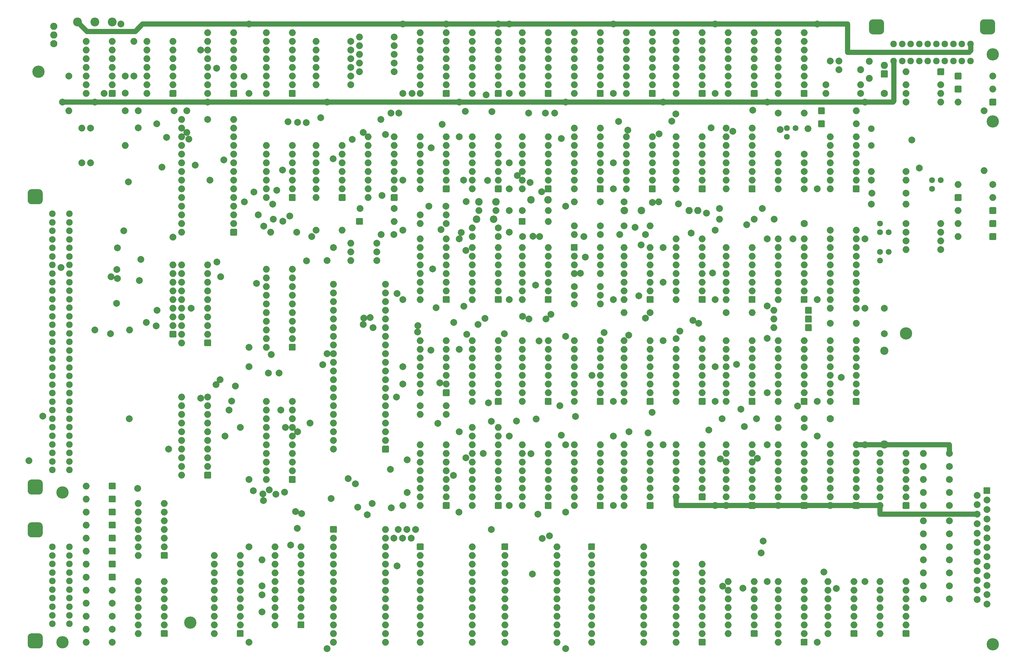
<source format=gbs>
G04 #@! TF.GenerationSoftware,KiCad,Pcbnew,5.1.10-88a1d61d58~90~ubuntu20.04.1*
G04 #@! TF.CreationDate,2021-07-24T14:54:54+02:00*
G04 #@! TF.ProjectId,mistrum,6d697374-7275-46d2-9e6b-696361645f70,rev?*
G04 #@! TF.SameCoordinates,PX2faf080PYdb58580*
G04 #@! TF.FileFunction,Soldermask,Bot*
G04 #@! TF.FilePolarity,Negative*
%FSLAX46Y46*%
G04 Gerber Fmt 4.6, Leading zero omitted, Abs format (unit mm)*
G04 Created by KiCad (PCBNEW 5.1.10-88a1d61d58~90~ubuntu20.04.1) date 2021-07-24 14:54:54*
%MOMM*%
%LPD*%
G01*
G04 APERTURE LIST*
%ADD10C,1.500000*%
%ADD11C,0.120000*%
%ADD12C,3.600000*%
%ADD13C,2.000000*%
%ADD14C,1.924000*%
%ADD15O,2.000000X2.000000*%
%ADD16C,1.720800*%
%ADD17C,2.200000*%
%ADD18C,2.400000*%
%ADD19O,2.400000X2.400000*%
%ADD20O,2.100000X2.100000*%
%ADD21C,2.100000*%
%ADD22C,2.600000*%
%ADD23C,1.900000*%
%ADD24C,2.020000*%
G04 APERTURE END LIST*
D10*
X272580000Y62360000D02*
X272580000Y59820000D01*
X245275000Y62360000D02*
X272453000Y62360000D01*
X252260000Y42040000D02*
X280708000Y42040000D01*
X252260000Y44580000D02*
X252260000Y42040000D01*
X192570000Y44580000D02*
X252260000Y44580000D01*
X192570000Y47120000D02*
X192570000Y44580000D01*
X256324000Y162944000D02*
X256324000Y174755000D01*
D11*
X256070000Y162817000D02*
X256324000Y163198000D01*
D10*
X12865000Y162690000D02*
X256070000Y162690000D01*
X278803000Y177930000D02*
X278803000Y179708000D01*
X278295000Y177295000D02*
X278803000Y177803000D01*
X242735000Y177295000D02*
X278168000Y177295000D01*
X242735000Y185550000D02*
X242735000Y177295000D01*
X36360000Y185550000D02*
X242735000Y185550000D01*
X34201000Y183391000D02*
X36360000Y185550000D01*
X20104000Y183391000D02*
X34201000Y183391000D01*
X17310000Y186185000D02*
X20104000Y183391000D01*
D12*
X259880000Y95000000D03*
X12865000Y4575000D03*
X285280000Y157000000D03*
X50330000Y10290000D03*
X5880000Y171580000D03*
X285280000Y176660000D03*
X285280000Y3940000D03*
X12865000Y48390000D03*
D13*
X129070000Y66170000D03*
X129070000Y90300000D03*
X129070000Y122685000D03*
X129070000Y162690000D03*
X129070000Y152530000D03*
X188760000Y62360000D03*
X188760000Y92840000D03*
X188760000Y109985000D03*
X188760000Y120145000D03*
X188760000Y162690000D03*
X67475000Y4575000D03*
X67475000Y32515000D03*
X67475000Y52200000D03*
X67475000Y85220000D03*
X67475000Y90935000D03*
X67475000Y165230000D03*
X67475000Y185550000D03*
G36*
G01*
X285950920Y185839740D02*
X285950920Y183639740D01*
G75*
G02*
X284850920Y182539740I-1100000J0D01*
G01*
X282650920Y182539740D01*
G75*
G02*
X281550920Y183639740I0J1100000D01*
G01*
X281550920Y185839740D01*
G75*
G02*
X282650920Y186939740I1100000J0D01*
G01*
X284850920Y186939740D01*
G75*
G02*
X285950920Y185839740I0J-1100000D01*
G01*
G37*
G36*
G01*
X253449080Y185839740D02*
X253449080Y183639740D01*
G75*
G02*
X252349080Y182539740I-1100000J0D01*
G01*
X250149080Y182539740D01*
G75*
G02*
X249049080Y183639740I0J1100000D01*
G01*
X249049080Y185839740D01*
G75*
G02*
X250149080Y186939740I1100000J0D01*
G01*
X252349080Y186939740D01*
G75*
G02*
X253449080Y185839740I0J-1100000D01*
G01*
G37*
D14*
X268749680Y179741020D03*
X271249040Y179741020D03*
X273748400Y179741020D03*
X276250300Y179741020D03*
X278749660Y179741020D03*
X266250320Y179741020D03*
X263750960Y179741020D03*
X261249060Y179741020D03*
X258749700Y179741020D03*
X256250340Y179741020D03*
X256250340Y174742300D03*
X258749700Y174742300D03*
X261249060Y174742300D03*
X263750960Y174742300D03*
X266250320Y174742300D03*
X278749660Y174742300D03*
X276250300Y174742300D03*
X273748400Y174742300D03*
X271249040Y174742300D03*
X268749680Y174742300D03*
X9910980Y54996900D03*
X9910980Y57498800D03*
X9910980Y59998160D03*
X9910980Y62497520D03*
X9910980Y64996880D03*
X9910980Y67498780D03*
X9910980Y69998140D03*
X14912240Y72497500D03*
X14912240Y74996860D03*
X14912240Y77496220D03*
X14912240Y79998120D03*
X14912240Y82497480D03*
X14912240Y84996840D03*
X14912240Y87496200D03*
X14912240Y89998100D03*
X14912240Y92497460D03*
X9910980Y72497500D03*
X9910980Y74996860D03*
X9910980Y77496220D03*
X9910980Y79998120D03*
X9910980Y82497480D03*
X9910980Y84996840D03*
X9910980Y87496200D03*
X9910980Y89998100D03*
X9910980Y92497460D03*
X14912240Y94999360D03*
X14912240Y97498720D03*
X14912240Y99998080D03*
X14912240Y102497440D03*
X14912240Y104999340D03*
X9910980Y94999360D03*
X9910980Y97498720D03*
X9910980Y99998080D03*
X9910980Y104999340D03*
X9910980Y102497440D03*
G36*
G01*
X3812260Y137199280D02*
X6012260Y137199280D01*
G75*
G02*
X7112260Y136099280I0J-1100000D01*
G01*
X7112260Y133899280D01*
G75*
G02*
X6012260Y132799280I-1100000J0D01*
G01*
X3812260Y132799280D01*
G75*
G02*
X2712260Y133899280I0J1100000D01*
G01*
X2712260Y136099280D01*
G75*
G02*
X3812260Y137199280I1100000J0D01*
G01*
G37*
G36*
G01*
X3812260Y52200720D02*
X6012260Y52200720D01*
G75*
G02*
X7112260Y51100720I0J-1100000D01*
G01*
X7112260Y48900720D01*
G75*
G02*
X6012260Y47800720I-1100000J0D01*
G01*
X3812260Y47800720D01*
G75*
G02*
X2712260Y48900720I0J1100000D01*
G01*
X2712260Y51100720D01*
G75*
G02*
X3812260Y52200720I1100000J0D01*
G01*
G37*
X9910980Y119998040D03*
X9910980Y122497400D03*
X9910980Y124996760D03*
X9910980Y127498660D03*
X9910980Y129998020D03*
X9910980Y117498680D03*
X9910980Y114999320D03*
X9910980Y112497420D03*
X9910980Y109998060D03*
X9910980Y107498700D03*
X14909700Y107498700D03*
X14909700Y109998060D03*
X14909700Y112497420D03*
X14909700Y114999320D03*
X14909700Y117498680D03*
X14909700Y129998020D03*
X14909700Y127498660D03*
X14909700Y124996760D03*
X14909700Y122497400D03*
X14909700Y119998040D03*
X14912240Y69998140D03*
X14912240Y67498780D03*
X14912240Y64996880D03*
X14912240Y62497520D03*
X14912240Y59998160D03*
X14912240Y57498800D03*
X14912240Y54996900D03*
X14909700Y22461680D03*
X14909700Y24961040D03*
X14909700Y27460400D03*
X14909700Y29962300D03*
X14909700Y32461660D03*
X14909700Y19962320D03*
X14909700Y17462960D03*
X14909700Y14961060D03*
X14909700Y12461700D03*
X14909700Y9962340D03*
X9910980Y9962340D03*
X9910980Y12461700D03*
X9910980Y14961060D03*
X9910980Y17462960D03*
X9910980Y19962320D03*
X9910980Y32461660D03*
X9910980Y29962300D03*
X9910980Y27460400D03*
X9910980Y24961040D03*
X9910980Y22461680D03*
G36*
G01*
X3812260Y7161080D02*
X6012260Y7161080D01*
G75*
G02*
X7112260Y6061080I0J-1100000D01*
G01*
X7112260Y3861080D01*
G75*
G02*
X6012260Y2761080I-1100000J0D01*
G01*
X3812260Y2761080D01*
G75*
G02*
X2712260Y3861080I0J1100000D01*
G01*
X2712260Y6061080D01*
G75*
G02*
X3812260Y7161080I1100000J0D01*
G01*
G37*
G36*
G01*
X3812260Y39662920D02*
X6012260Y39662920D01*
G75*
G02*
X7112260Y38562920I0J-1100000D01*
G01*
X7112260Y36362920D01*
G75*
G02*
X6012260Y35262920I-1100000J0D01*
G01*
X3812260Y35262920D01*
G75*
G02*
X2712260Y36362920I0J1100000D01*
G01*
X2712260Y38562920D01*
G75*
G02*
X3812260Y39662920I1100000J0D01*
G01*
G37*
G36*
G01*
X46050000Y93745000D02*
X44450000Y93745000D01*
G75*
G02*
X44250000Y93945000I0J200000D01*
G01*
X44250000Y95545000D01*
G75*
G02*
X44450000Y95745000I200000J0D01*
G01*
X46050000Y95745000D01*
G75*
G02*
X46250000Y95545000I0J-200000D01*
G01*
X46250000Y93945000D01*
G75*
G02*
X46050000Y93745000I-200000J0D01*
G01*
G37*
D15*
X45250000Y97285000D03*
X45250000Y99825000D03*
X45250000Y102365000D03*
X45250000Y104905000D03*
X45250000Y107445000D03*
X45250000Y109985000D03*
X45250000Y112525000D03*
X45250000Y115065000D03*
D16*
X270040000Y139830000D03*
X267500000Y139830000D03*
X267500000Y137290000D03*
X254800000Y118875000D03*
X252260000Y118875000D03*
X252260000Y116335000D03*
X254800000Y124590000D03*
X252260000Y124590000D03*
X252260000Y127130000D03*
D17*
X182370000Y130940000D03*
X177370000Y130940000D03*
X155065000Y134115000D03*
X150065000Y134115000D03*
X139825000Y133480000D03*
X134825000Y133480000D03*
D13*
X116250000Y37595000D03*
X113710000Y37595000D03*
X111170000Y37595000D03*
G36*
G01*
X282748000Y49965000D02*
X284348000Y49965000D01*
G75*
G02*
X284548000Y49765000I0J-200000D01*
G01*
X284548000Y48165000D01*
G75*
G02*
X284348000Y47965000I-200000J0D01*
G01*
X282748000Y47965000D01*
G75*
G02*
X282548000Y48165000I0J200000D01*
G01*
X282548000Y49765000D01*
G75*
G02*
X282748000Y49965000I200000J0D01*
G01*
G37*
X283548000Y46195000D03*
X283548000Y43425000D03*
X283548000Y40655000D03*
X283548000Y37885000D03*
X283548000Y35115000D03*
X283548000Y32345000D03*
X283548000Y29575000D03*
X283548000Y26805000D03*
X283548000Y24035000D03*
X283548000Y21265000D03*
X283548000Y18495000D03*
X283548000Y15725000D03*
X280708000Y47580000D03*
X280708000Y44810000D03*
X280708000Y42040000D03*
X280708000Y39270000D03*
X280708000Y36500000D03*
X280708000Y33730000D03*
X280708000Y30960000D03*
X280708000Y28190000D03*
X280708000Y25420000D03*
X280708000Y22650000D03*
X280708000Y19880000D03*
X280708000Y17110000D03*
X109920000Y35000000D03*
X112460000Y35000000D03*
X115000000Y35000000D03*
D18*
X253530000Y89919000D03*
D19*
X253530000Y62419000D03*
D13*
X205270000Y131575000D03*
X217770000Y131575000D03*
D20*
X198920000Y130940000D03*
X196380000Y130940000D03*
D17*
X134150000Y128400000D03*
X139150000Y128400000D03*
D13*
X31280000Y170310000D03*
X31280000Y165310000D03*
X35090000Y160150000D03*
X35090000Y155150000D03*
X240195000Y172215000D03*
X240195000Y174715000D03*
X237695000Y174715000D03*
X147565000Y123320000D03*
X152565000Y123320000D03*
X125180000Y132210000D03*
X120180000Y132210000D03*
X134785000Y130940000D03*
X139785000Y130940000D03*
X110020000Y131575000D03*
X100020000Y131575000D03*
X109960000Y123955000D03*
X106210000Y123955000D03*
D21*
X10325000Y179835000D03*
D20*
X10325000Y182375000D03*
X10325000Y184915000D03*
D22*
X17310000Y186185000D03*
X22390000Y186185000D03*
X27470000Y186185000D03*
D16*
X227495000Y155070000D03*
X224955000Y155070000D03*
X224955000Y152530000D03*
D21*
X230035000Y127130000D03*
D23*
X249720000Y149990000D03*
X249720000Y154890000D03*
D13*
X282740000Y160150000D03*
D15*
X282740000Y142650000D03*
D13*
X259880000Y136020000D03*
X249880000Y136020000D03*
X154470000Y99190000D03*
X149470000Y99190000D03*
X253530000Y102365000D03*
X253530000Y94865000D03*
X216065000Y69980000D03*
X206065000Y69980000D03*
D21*
X237655000Y69980000D03*
X253530000Y165230000D03*
D13*
X176060000Y123955000D03*
X183560000Y123955000D03*
X71285000Y13465000D03*
X71285000Y18465000D03*
G36*
G01*
X161725000Y119345000D02*
X161725000Y120945000D01*
G75*
G02*
X161925000Y121145000I200000J0D01*
G01*
X163525000Y121145000D01*
G75*
G02*
X163725000Y120945000I0J-200000D01*
G01*
X163725000Y119345000D01*
G75*
G02*
X163525000Y119145000I-200000J0D01*
G01*
X161925000Y119145000D01*
G75*
G02*
X161725000Y119345000I0J200000D01*
G01*
G37*
D15*
X170345000Y112525000D03*
X162725000Y117605000D03*
X170345000Y115065000D03*
X162725000Y115065000D03*
X170345000Y117605000D03*
X162725000Y112525000D03*
X170345000Y120145000D03*
G36*
G01*
X28470000Y166030000D02*
X28470000Y164430000D01*
G75*
G02*
X28270000Y164230000I-200000J0D01*
G01*
X26670000Y164230000D01*
G75*
G02*
X26470000Y164430000I0J200000D01*
G01*
X26470000Y166030000D01*
G75*
G02*
X26670000Y166230000I200000J0D01*
G01*
X28270000Y166230000D01*
G75*
G02*
X28470000Y166030000I0J-200000D01*
G01*
G37*
X19850000Y180470000D03*
X27470000Y167770000D03*
X19850000Y177930000D03*
X27470000Y170310000D03*
X19850000Y175390000D03*
X27470000Y172850000D03*
X19850000Y172850000D03*
X27470000Y175390000D03*
X19850000Y170310000D03*
X27470000Y177930000D03*
X19850000Y167770000D03*
X27470000Y180470000D03*
X19850000Y165230000D03*
X147485000Y137290000D03*
X155105000Y152530000D03*
X147485000Y139830000D03*
X155105000Y149990000D03*
X147485000Y142370000D03*
X155105000Y147450000D03*
X147485000Y144910000D03*
X155105000Y144910000D03*
X147485000Y147450000D03*
X155105000Y142370000D03*
X147485000Y149990000D03*
X155105000Y139830000D03*
X147485000Y152530000D03*
G36*
G01*
X156105000Y138090000D02*
X156105000Y136490000D01*
G75*
G02*
X155905000Y136290000I-200000J0D01*
G01*
X154305000Y136290000D01*
G75*
G02*
X154105000Y136490000I0J200000D01*
G01*
X154105000Y138090000D01*
G75*
G02*
X154305000Y138290000I200000J0D01*
G01*
X155905000Y138290000D01*
G75*
G02*
X156105000Y138090000I0J-200000D01*
G01*
G37*
G36*
G01*
X108480000Y61890000D02*
X108480000Y60290000D01*
G75*
G02*
X108280000Y60090000I-200000J0D01*
G01*
X106680000Y60090000D01*
G75*
G02*
X106480000Y60290000I0J200000D01*
G01*
X106480000Y61890000D01*
G75*
G02*
X106680000Y62090000I200000J0D01*
G01*
X108280000Y62090000D01*
G75*
G02*
X108480000Y61890000I0J-200000D01*
G01*
G37*
X92240000Y109350000D03*
X107480000Y63630000D03*
X92240000Y106810000D03*
X107480000Y66170000D03*
X92240000Y104270000D03*
X107480000Y68710000D03*
X92240000Y101730000D03*
X107480000Y71250000D03*
X92240000Y99190000D03*
X107480000Y73790000D03*
X92240000Y96650000D03*
X107480000Y76330000D03*
X92240000Y94110000D03*
X107480000Y78870000D03*
X92240000Y91570000D03*
X107480000Y81410000D03*
X92240000Y89030000D03*
X107480000Y83950000D03*
X92240000Y86490000D03*
X107480000Y86490000D03*
X92240000Y83950000D03*
X107480000Y89030000D03*
X92240000Y81410000D03*
X107480000Y91570000D03*
X92240000Y78870000D03*
X107480000Y94110000D03*
X92240000Y76330000D03*
X107480000Y96650000D03*
X92240000Y73790000D03*
X107480000Y99190000D03*
X92240000Y71250000D03*
X107480000Y101730000D03*
X92240000Y68710000D03*
X107480000Y104270000D03*
X92240000Y66170000D03*
X107480000Y106810000D03*
X92240000Y63630000D03*
X107480000Y109350000D03*
X92240000Y61090000D03*
X132880000Y137290000D03*
X140500000Y152530000D03*
X132880000Y139830000D03*
X140500000Y149990000D03*
X132880000Y142370000D03*
X140500000Y147450000D03*
X132880000Y144910000D03*
X140500000Y144910000D03*
X132880000Y147450000D03*
X140500000Y142370000D03*
X132880000Y149990000D03*
X140500000Y139830000D03*
X132880000Y152530000D03*
G36*
G01*
X141500000Y138090000D02*
X141500000Y136490000D01*
G75*
G02*
X141300000Y136290000I-200000J0D01*
G01*
X139700000Y136290000D01*
G75*
G02*
X139500000Y136490000I0J200000D01*
G01*
X139500000Y138090000D01*
G75*
G02*
X139700000Y138290000I200000J0D01*
G01*
X141300000Y138290000D01*
G75*
G02*
X141500000Y138090000I0J-200000D01*
G01*
G37*
X35090000Y29975000D03*
X42710000Y45215000D03*
X35090000Y32515000D03*
X42710000Y42675000D03*
X35090000Y35055000D03*
X42710000Y40135000D03*
X35090000Y37595000D03*
X42710000Y37595000D03*
X35090000Y40135000D03*
X42710000Y35055000D03*
X35090000Y42675000D03*
X42710000Y32515000D03*
X35090000Y45215000D03*
G36*
G01*
X43710000Y30775000D02*
X43710000Y29175000D01*
G75*
G02*
X43510000Y28975000I-200000J0D01*
G01*
X41910000Y28975000D01*
G75*
G02*
X41710000Y29175000I0J200000D01*
G01*
X41710000Y30775000D01*
G75*
G02*
X41910000Y30975000I200000J0D01*
G01*
X43510000Y30975000D01*
G75*
G02*
X43710000Y30775000I0J-200000D01*
G01*
G37*
X35090000Y7115000D03*
X42710000Y22355000D03*
X35090000Y9655000D03*
X42710000Y19815000D03*
X35090000Y12195000D03*
X42710000Y17275000D03*
X35090000Y14735000D03*
X42710000Y14735000D03*
X35090000Y17275000D03*
X42710000Y12195000D03*
X35090000Y19815000D03*
X42710000Y9655000D03*
X35090000Y22355000D03*
G36*
G01*
X43710000Y7915000D02*
X43710000Y6315000D01*
G75*
G02*
X43510000Y6115000I-200000J0D01*
G01*
X41910000Y6115000D01*
G75*
G02*
X41710000Y6315000I0J200000D01*
G01*
X41710000Y7915000D01*
G75*
G02*
X41910000Y8115000I200000J0D01*
G01*
X43510000Y8115000D01*
G75*
G02*
X43710000Y7915000I0J-200000D01*
G01*
G37*
X37630000Y165230000D03*
X45250000Y180470000D03*
X37630000Y167770000D03*
X45250000Y177930000D03*
X37630000Y170310000D03*
X45250000Y175390000D03*
X37630000Y172850000D03*
X45250000Y172850000D03*
X37630000Y175390000D03*
X45250000Y170310000D03*
X37630000Y177930000D03*
X45250000Y167770000D03*
X37630000Y180470000D03*
G36*
G01*
X46250000Y166030000D02*
X46250000Y164430000D01*
G75*
G02*
X46050000Y164230000I-200000J0D01*
G01*
X44450000Y164230000D01*
G75*
G02*
X44250000Y164430000I0J200000D01*
G01*
X44250000Y166030000D01*
G75*
G02*
X44450000Y166230000I200000J0D01*
G01*
X46050000Y166230000D01*
G75*
G02*
X46250000Y166030000I0J-200000D01*
G01*
G37*
G36*
G01*
X81175000Y135550000D02*
X81175000Y133950000D01*
G75*
G02*
X80975000Y133750000I-200000J0D01*
G01*
X79375000Y133750000D01*
G75*
G02*
X79175000Y133950000I0J200000D01*
G01*
X79175000Y135550000D01*
G75*
G02*
X79375000Y135750000I200000J0D01*
G01*
X80975000Y135750000D01*
G75*
G02*
X81175000Y135550000I0J-200000D01*
G01*
G37*
X72555000Y149990000D03*
X80175000Y137290000D03*
X72555000Y147450000D03*
X80175000Y139830000D03*
X72555000Y144910000D03*
X80175000Y142370000D03*
X72555000Y142370000D03*
X80175000Y144910000D03*
X72555000Y139830000D03*
X80175000Y147450000D03*
X72555000Y137290000D03*
X80175000Y149990000D03*
X72555000Y134750000D03*
G36*
G01*
X95780000Y135550000D02*
X95780000Y133950000D01*
G75*
G02*
X95580000Y133750000I-200000J0D01*
G01*
X93980000Y133750000D01*
G75*
G02*
X93780000Y133950000I0J200000D01*
G01*
X93780000Y135550000D01*
G75*
G02*
X93980000Y135750000I200000J0D01*
G01*
X95580000Y135750000D01*
G75*
G02*
X95780000Y135550000I0J-200000D01*
G01*
G37*
X87160000Y149990000D03*
X94780000Y137290000D03*
X87160000Y147450000D03*
X94780000Y139830000D03*
X87160000Y144910000D03*
X94780000Y142370000D03*
X87160000Y142370000D03*
X94780000Y144910000D03*
X87160000Y139830000D03*
X94780000Y147450000D03*
X87160000Y137290000D03*
X94780000Y149990000D03*
X87160000Y134750000D03*
X102400000Y134750000D03*
X110020000Y152530000D03*
X102400000Y137290000D03*
X110020000Y149990000D03*
X102400000Y139830000D03*
X110020000Y147450000D03*
X102400000Y142370000D03*
X110020000Y144910000D03*
X102400000Y144910000D03*
X110020000Y142370000D03*
X102400000Y147450000D03*
X110020000Y139830000D03*
X102400000Y149990000D03*
X110020000Y137290000D03*
X102400000Y152530000D03*
G36*
G01*
X111020000Y135550000D02*
X111020000Y133950000D01*
G75*
G02*
X110820000Y133750000I-200000J0D01*
G01*
X109220000Y133750000D01*
G75*
G02*
X109020000Y133950000I0J200000D01*
G01*
X109020000Y135550000D01*
G75*
G02*
X109220000Y135750000I200000J0D01*
G01*
X110820000Y135750000D01*
G75*
G02*
X111020000Y135550000I0J-200000D01*
G01*
G37*
X55410000Y165230000D03*
X63030000Y183010000D03*
X55410000Y167770000D03*
X63030000Y180470000D03*
X55410000Y170310000D03*
X63030000Y177930000D03*
X55410000Y172850000D03*
X63030000Y175390000D03*
X55410000Y175390000D03*
X63030000Y172850000D03*
X55410000Y177930000D03*
X63030000Y170310000D03*
X55410000Y180470000D03*
X63030000Y167770000D03*
X55410000Y183010000D03*
G36*
G01*
X64030000Y166030000D02*
X64030000Y164430000D01*
G75*
G02*
X63830000Y164230000I-200000J0D01*
G01*
X62230000Y164230000D01*
G75*
G02*
X62030000Y164430000I0J200000D01*
G01*
X62030000Y166030000D01*
G75*
G02*
X62230000Y166230000I200000J0D01*
G01*
X63830000Y166230000D01*
G75*
G02*
X64030000Y166030000I0J-200000D01*
G01*
G37*
G36*
G01*
X81175000Y53000000D02*
X81175000Y51400000D01*
G75*
G02*
X80975000Y51200000I-200000J0D01*
G01*
X79375000Y51200000D01*
G75*
G02*
X79175000Y51400000I0J200000D01*
G01*
X79175000Y53000000D01*
G75*
G02*
X79375000Y53200000I200000J0D01*
G01*
X80975000Y53200000D01*
G75*
G02*
X81175000Y53000000I0J-200000D01*
G01*
G37*
X72555000Y75060000D03*
X80175000Y54740000D03*
X72555000Y72520000D03*
X80175000Y57280000D03*
X72555000Y69980000D03*
X80175000Y59820000D03*
X72555000Y67440000D03*
X80175000Y62360000D03*
X72555000Y64900000D03*
X80175000Y64900000D03*
X72555000Y62360000D03*
X80175000Y67440000D03*
X72555000Y59820000D03*
X80175000Y69980000D03*
X72555000Y57280000D03*
X80175000Y72520000D03*
X72555000Y54740000D03*
X80175000Y75060000D03*
X72555000Y52200000D03*
G36*
G01*
X56410000Y54270000D02*
X56410000Y52670000D01*
G75*
G02*
X56210000Y52470000I-200000J0D01*
G01*
X54610000Y52470000D01*
G75*
G02*
X54410000Y52670000I0J200000D01*
G01*
X54410000Y54270000D01*
G75*
G02*
X54610000Y54470000I200000J0D01*
G01*
X56210000Y54470000D01*
G75*
G02*
X56410000Y54270000I0J-200000D01*
G01*
G37*
X47790000Y76330000D03*
X55410000Y56010000D03*
X47790000Y73790000D03*
X55410000Y58550000D03*
X47790000Y71250000D03*
X55410000Y61090000D03*
X47790000Y68710000D03*
X55410000Y63630000D03*
X47790000Y66170000D03*
X55410000Y66170000D03*
X47790000Y63630000D03*
X55410000Y68710000D03*
X47790000Y61090000D03*
X55410000Y71250000D03*
X47790000Y58550000D03*
X55410000Y73790000D03*
X47790000Y56010000D03*
X55410000Y76330000D03*
X47790000Y53470000D03*
X47790000Y92205000D03*
X55410000Y115065000D03*
X47790000Y94745000D03*
X55410000Y112525000D03*
X47790000Y97285000D03*
X55410000Y109985000D03*
X47790000Y99825000D03*
X55410000Y107445000D03*
X47790000Y102365000D03*
X55410000Y104905000D03*
X47790000Y104905000D03*
X55410000Y102365000D03*
X47790000Y107445000D03*
X55410000Y99825000D03*
X47790000Y109985000D03*
X55410000Y97285000D03*
X47790000Y112525000D03*
X55410000Y94745000D03*
X47790000Y115065000D03*
G36*
G01*
X56410000Y93005000D02*
X56410000Y91405000D01*
G75*
G02*
X56210000Y91205000I-200000J0D01*
G01*
X54610000Y91205000D01*
G75*
G02*
X54410000Y91405000I0J200000D01*
G01*
X54410000Y93005000D01*
G75*
G02*
X54610000Y93205000I200000J0D01*
G01*
X56210000Y93205000D01*
G75*
G02*
X56410000Y93005000I0J-200000D01*
G01*
G37*
X72555000Y90935000D03*
X80175000Y113795000D03*
X72555000Y93475000D03*
X80175000Y111255000D03*
X72555000Y96015000D03*
X80175000Y108715000D03*
X72555000Y98555000D03*
X80175000Y106175000D03*
X72555000Y101095000D03*
X80175000Y103635000D03*
X72555000Y103635000D03*
X80175000Y101095000D03*
X72555000Y106175000D03*
X80175000Y98555000D03*
X72555000Y108715000D03*
X80175000Y96015000D03*
X72555000Y111255000D03*
X80175000Y93475000D03*
X72555000Y113795000D03*
G36*
G01*
X81175000Y91735000D02*
X81175000Y90135000D01*
G75*
G02*
X80975000Y89935000I-200000J0D01*
G01*
X79375000Y89935000D01*
G75*
G02*
X79175000Y90135000I0J200000D01*
G01*
X79175000Y91735000D01*
G75*
G02*
X79375000Y91935000I200000J0D01*
G01*
X80975000Y91935000D01*
G75*
G02*
X81175000Y91735000I0J-200000D01*
G01*
G37*
G36*
G01*
X81175000Y166030000D02*
X81175000Y164430000D01*
G75*
G02*
X80975000Y164230000I-200000J0D01*
G01*
X79375000Y164230000D01*
G75*
G02*
X79175000Y164430000I0J200000D01*
G01*
X79175000Y166030000D01*
G75*
G02*
X79375000Y166230000I200000J0D01*
G01*
X80975000Y166230000D01*
G75*
G02*
X81175000Y166030000I0J-200000D01*
G01*
G37*
X72555000Y183010000D03*
X80175000Y167770000D03*
X72555000Y180470000D03*
X80175000Y170310000D03*
X72555000Y177930000D03*
X80175000Y172850000D03*
X72555000Y175390000D03*
X80175000Y175390000D03*
X72555000Y172850000D03*
X80175000Y177930000D03*
X72555000Y170310000D03*
X80175000Y180470000D03*
X72555000Y167770000D03*
X80175000Y183010000D03*
X72555000Y165230000D03*
G36*
G01*
X64030000Y125390000D02*
X64030000Y123790000D01*
G75*
G02*
X63830000Y123590000I-200000J0D01*
G01*
X62230000Y123590000D01*
G75*
G02*
X62030000Y123790000I0J200000D01*
G01*
X62030000Y125390000D01*
G75*
G02*
X62230000Y125590000I200000J0D01*
G01*
X63830000Y125590000D01*
G75*
G02*
X64030000Y125390000I0J-200000D01*
G01*
G37*
X47790000Y157610000D03*
X63030000Y127130000D03*
X47790000Y155070000D03*
X63030000Y129670000D03*
X47790000Y152530000D03*
X63030000Y132210000D03*
X47790000Y149990000D03*
X63030000Y134750000D03*
X47790000Y147450000D03*
X63030000Y137290000D03*
X47790000Y144910000D03*
X63030000Y139830000D03*
X47790000Y142370000D03*
X63030000Y142370000D03*
X47790000Y139830000D03*
X63030000Y144910000D03*
X47790000Y137290000D03*
X63030000Y147450000D03*
X47790000Y134750000D03*
X63030000Y149990000D03*
X47790000Y132210000D03*
X63030000Y152530000D03*
X47790000Y129670000D03*
X63030000Y155070000D03*
X47790000Y127130000D03*
X63030000Y157610000D03*
X47790000Y124590000D03*
X57315000Y7115000D03*
X64935000Y29975000D03*
X57315000Y9655000D03*
X64935000Y27435000D03*
X57315000Y12195000D03*
X64935000Y24895000D03*
X57315000Y14735000D03*
X64935000Y22355000D03*
X57315000Y17275000D03*
X64935000Y19815000D03*
X57315000Y19815000D03*
X64935000Y17275000D03*
X57315000Y22355000D03*
X64935000Y14735000D03*
X57315000Y24895000D03*
X64935000Y12195000D03*
X57315000Y27435000D03*
X64935000Y9655000D03*
X57315000Y29975000D03*
G36*
G01*
X65935000Y7915000D02*
X65935000Y6315000D01*
G75*
G02*
X65735000Y6115000I-200000J0D01*
G01*
X64135000Y6115000D01*
G75*
G02*
X63935000Y6315000I0J200000D01*
G01*
X63935000Y7915000D01*
G75*
G02*
X64135000Y8115000I200000J0D01*
G01*
X65735000Y8115000D01*
G75*
G02*
X65935000Y7915000I0J-200000D01*
G01*
G37*
G36*
G01*
X201190000Y5375000D02*
X201190000Y3775000D01*
G75*
G02*
X200990000Y3575000I-200000J0D01*
G01*
X199390000Y3575000D01*
G75*
G02*
X199190000Y3775000I0J200000D01*
G01*
X199190000Y5375000D01*
G75*
G02*
X199390000Y5575000I200000J0D01*
G01*
X200990000Y5575000D01*
G75*
G02*
X201190000Y5375000I0J-200000D01*
G01*
G37*
X192570000Y27435000D03*
X200190000Y7115000D03*
X192570000Y24895000D03*
X200190000Y9655000D03*
X192570000Y22355000D03*
X200190000Y12195000D03*
X192570000Y19815000D03*
X200190000Y14735000D03*
X192570000Y17275000D03*
X200190000Y17275000D03*
X192570000Y14735000D03*
X200190000Y19815000D03*
X192570000Y12195000D03*
X200190000Y22355000D03*
X192570000Y9655000D03*
X200190000Y24895000D03*
X192570000Y7115000D03*
X200190000Y27435000D03*
X192570000Y4575000D03*
G36*
G01*
X141500000Y45380000D02*
X141500000Y43780000D01*
G75*
G02*
X141300000Y43580000I-200000J0D01*
G01*
X139700000Y43580000D01*
G75*
G02*
X139500000Y43780000I0J200000D01*
G01*
X139500000Y45380000D01*
G75*
G02*
X139700000Y45580000I200000J0D01*
G01*
X141300000Y45580000D01*
G75*
G02*
X141500000Y45380000I0J-200000D01*
G01*
G37*
X132880000Y67440000D03*
X140500000Y47120000D03*
X132880000Y64900000D03*
X140500000Y49660000D03*
X132880000Y62360000D03*
X140500000Y52200000D03*
X132880000Y59820000D03*
X140500000Y54740000D03*
X132880000Y57280000D03*
X140500000Y57280000D03*
X132880000Y54740000D03*
X140500000Y59820000D03*
X132880000Y52200000D03*
X140500000Y62360000D03*
X132880000Y49660000D03*
X140500000Y64900000D03*
X132880000Y47120000D03*
X140500000Y67440000D03*
X132880000Y44580000D03*
G36*
G01*
X126260000Y138090000D02*
X126260000Y136490000D01*
G75*
G02*
X126060000Y136290000I-200000J0D01*
G01*
X124460000Y136290000D01*
G75*
G02*
X124260000Y136490000I0J200000D01*
G01*
X124260000Y138090000D01*
G75*
G02*
X124460000Y138290000I200000J0D01*
G01*
X126060000Y138290000D01*
G75*
G02*
X126260000Y138090000I0J-200000D01*
G01*
G37*
X117640000Y152530000D03*
X125260000Y139830000D03*
X117640000Y149990000D03*
X125260000Y142370000D03*
X117640000Y147450000D03*
X125260000Y144910000D03*
X117640000Y144910000D03*
X125260000Y147450000D03*
X117640000Y142370000D03*
X125260000Y149990000D03*
X117640000Y139830000D03*
X125260000Y152530000D03*
X117640000Y137290000D03*
G36*
G01*
X126260000Y166030000D02*
X126260000Y164430000D01*
G75*
G02*
X126060000Y164230000I-200000J0D01*
G01*
X124460000Y164230000D01*
G75*
G02*
X124260000Y164430000I0J200000D01*
G01*
X124260000Y166030000D01*
G75*
G02*
X124460000Y166230000I200000J0D01*
G01*
X126060000Y166230000D01*
G75*
G02*
X126260000Y166030000I0J-200000D01*
G01*
G37*
X117640000Y183010000D03*
X125260000Y167770000D03*
X117640000Y180470000D03*
X125260000Y170310000D03*
X117640000Y177930000D03*
X125260000Y172850000D03*
X117640000Y175390000D03*
X125260000Y175390000D03*
X117640000Y172850000D03*
X125260000Y177930000D03*
X117640000Y170310000D03*
X125260000Y180470000D03*
X117640000Y167770000D03*
X125260000Y183010000D03*
X117640000Y165230000D03*
G36*
G01*
X126260000Y45380000D02*
X126260000Y43780000D01*
G75*
G02*
X126060000Y43580000I-200000J0D01*
G01*
X124460000Y43580000D01*
G75*
G02*
X124260000Y43780000I0J200000D01*
G01*
X124260000Y45380000D01*
G75*
G02*
X124460000Y45580000I200000J0D01*
G01*
X126060000Y45580000D01*
G75*
G02*
X126260000Y45380000I0J-200000D01*
G01*
G37*
X117640000Y62360000D03*
X125260000Y47120000D03*
X117640000Y59820000D03*
X125260000Y49660000D03*
X117640000Y57280000D03*
X125260000Y52200000D03*
X117640000Y54740000D03*
X125260000Y54740000D03*
X117640000Y52200000D03*
X125260000Y57280000D03*
X117640000Y49660000D03*
X125260000Y59820000D03*
X117640000Y47120000D03*
X125260000Y62360000D03*
X117640000Y44580000D03*
X192570000Y104905000D03*
X200190000Y122685000D03*
X192570000Y107445000D03*
X200190000Y120145000D03*
X192570000Y109985000D03*
X200190000Y117605000D03*
X192570000Y112525000D03*
X200190000Y115065000D03*
X192570000Y115065000D03*
X200190000Y112525000D03*
X192570000Y117605000D03*
X200190000Y109985000D03*
X192570000Y120145000D03*
X200190000Y107445000D03*
X192570000Y122685000D03*
G36*
G01*
X201190000Y105705000D02*
X201190000Y104105000D01*
G75*
G02*
X200990000Y103905000I-200000J0D01*
G01*
X199390000Y103905000D01*
G75*
G02*
X199190000Y104105000I0J200000D01*
G01*
X199190000Y105705000D01*
G75*
G02*
X199390000Y105905000I200000J0D01*
G01*
X200990000Y105905000D01*
G75*
G02*
X201190000Y105705000I0J-200000D01*
G01*
G37*
G36*
G01*
X185950000Y45380000D02*
X185950000Y43780000D01*
G75*
G02*
X185750000Y43580000I-200000J0D01*
G01*
X184150000Y43580000D01*
G75*
G02*
X183950000Y43780000I0J200000D01*
G01*
X183950000Y45380000D01*
G75*
G02*
X184150000Y45580000I200000J0D01*
G01*
X185750000Y45580000D01*
G75*
G02*
X185950000Y45380000I0J-200000D01*
G01*
G37*
X177330000Y62360000D03*
X184950000Y47120000D03*
X177330000Y59820000D03*
X184950000Y49660000D03*
X177330000Y57280000D03*
X184950000Y52200000D03*
X177330000Y54740000D03*
X184950000Y54740000D03*
X177330000Y52200000D03*
X184950000Y57280000D03*
X177330000Y49660000D03*
X184950000Y59820000D03*
X177330000Y47120000D03*
X184950000Y62360000D03*
X177330000Y44580000D03*
G36*
G01*
X185950000Y75860000D02*
X185950000Y74260000D01*
G75*
G02*
X185750000Y74060000I-200000J0D01*
G01*
X184150000Y74060000D01*
G75*
G02*
X183950000Y74260000I0J200000D01*
G01*
X183950000Y75860000D01*
G75*
G02*
X184150000Y76060000I200000J0D01*
G01*
X185750000Y76060000D01*
G75*
G02*
X185950000Y75860000I0J-200000D01*
G01*
G37*
X177330000Y92840000D03*
X184950000Y77600000D03*
X177330000Y90300000D03*
X184950000Y80140000D03*
X177330000Y87760000D03*
X184950000Y82680000D03*
X177330000Y85220000D03*
X184950000Y85220000D03*
X177330000Y82680000D03*
X184950000Y87760000D03*
X177330000Y80140000D03*
X184950000Y90300000D03*
X177330000Y77600000D03*
X184950000Y92840000D03*
X177330000Y75060000D03*
X162725000Y44580000D03*
X170345000Y62360000D03*
X162725000Y47120000D03*
X170345000Y59820000D03*
X162725000Y49660000D03*
X170345000Y57280000D03*
X162725000Y52200000D03*
X170345000Y54740000D03*
X162725000Y54740000D03*
X170345000Y52200000D03*
X162725000Y57280000D03*
X170345000Y49660000D03*
X162725000Y59820000D03*
X170345000Y47120000D03*
X162725000Y62360000D03*
G36*
G01*
X171345000Y45380000D02*
X171345000Y43780000D01*
G75*
G02*
X171145000Y43580000I-200000J0D01*
G01*
X169545000Y43580000D01*
G75*
G02*
X169345000Y43780000I0J200000D01*
G01*
X169345000Y45380000D01*
G75*
G02*
X169545000Y45580000I200000J0D01*
G01*
X171145000Y45580000D01*
G75*
G02*
X171345000Y45380000I0J-200000D01*
G01*
G37*
G36*
G01*
X171345000Y75860000D02*
X171345000Y74260000D01*
G75*
G02*
X171145000Y74060000I-200000J0D01*
G01*
X169545000Y74060000D01*
G75*
G02*
X169345000Y74260000I0J200000D01*
G01*
X169345000Y75860000D01*
G75*
G02*
X169545000Y76060000I200000J0D01*
G01*
X171145000Y76060000D01*
G75*
G02*
X171345000Y75860000I0J-200000D01*
G01*
G37*
X162725000Y92840000D03*
X170345000Y77600000D03*
X162725000Y90300000D03*
X170345000Y80140000D03*
X162725000Y87760000D03*
X170345000Y82680000D03*
X162725000Y85220000D03*
X170345000Y85220000D03*
X162725000Y82680000D03*
X170345000Y87760000D03*
X162725000Y80140000D03*
X170345000Y90300000D03*
X162725000Y77600000D03*
X170345000Y92840000D03*
X162725000Y75060000D03*
X132880000Y165230000D03*
X140500000Y183010000D03*
X132880000Y167770000D03*
X140500000Y180470000D03*
X132880000Y170310000D03*
X140500000Y177930000D03*
X132880000Y172850000D03*
X140500000Y175390000D03*
X132880000Y175390000D03*
X140500000Y172850000D03*
X132880000Y177930000D03*
X140500000Y170310000D03*
X132880000Y180470000D03*
X140500000Y167770000D03*
X132880000Y183010000D03*
G36*
G01*
X141500000Y166030000D02*
X141500000Y164430000D01*
G75*
G02*
X141300000Y164230000I-200000J0D01*
G01*
X139700000Y164230000D01*
G75*
G02*
X139500000Y164430000I0J200000D01*
G01*
X139500000Y166030000D01*
G75*
G02*
X139700000Y166230000I200000J0D01*
G01*
X141300000Y166230000D01*
G75*
G02*
X141500000Y166030000I0J-200000D01*
G01*
G37*
X192570000Y137290000D03*
X200190000Y152530000D03*
X192570000Y139830000D03*
X200190000Y149990000D03*
X192570000Y142370000D03*
X200190000Y147450000D03*
X192570000Y144910000D03*
X200190000Y144910000D03*
X192570000Y147450000D03*
X200190000Y142370000D03*
X192570000Y149990000D03*
X200190000Y139830000D03*
X192570000Y152530000D03*
G36*
G01*
X201190000Y138090000D02*
X201190000Y136490000D01*
G75*
G02*
X200990000Y136290000I-200000J0D01*
G01*
X199390000Y136290000D01*
G75*
G02*
X199190000Y136490000I0J200000D01*
G01*
X199190000Y138090000D01*
G75*
G02*
X199390000Y138290000I200000J0D01*
G01*
X200990000Y138290000D01*
G75*
G02*
X201190000Y138090000I0J-200000D01*
G01*
G37*
X75095000Y9655000D03*
X82715000Y32515000D03*
X75095000Y12195000D03*
X82715000Y29975000D03*
X75095000Y14735000D03*
X82715000Y27435000D03*
X75095000Y17275000D03*
X82715000Y24895000D03*
X75095000Y19815000D03*
X82715000Y22355000D03*
X75095000Y22355000D03*
X82715000Y19815000D03*
X75095000Y24895000D03*
X82715000Y17275000D03*
X75095000Y27435000D03*
X82715000Y14735000D03*
X75095000Y29975000D03*
X82715000Y12195000D03*
X75095000Y32515000D03*
G36*
G01*
X83715000Y10455000D02*
X83715000Y8855000D01*
G75*
G02*
X83515000Y8655000I-200000J0D01*
G01*
X81915000Y8655000D01*
G75*
G02*
X81715000Y8855000I0J200000D01*
G01*
X81715000Y10455000D01*
G75*
G02*
X81915000Y10655000I200000J0D01*
G01*
X83515000Y10655000D01*
G75*
G02*
X83715000Y10455000I0J-200000D01*
G01*
G37*
X132880000Y75060000D03*
X140500000Y92840000D03*
X132880000Y77600000D03*
X140500000Y90300000D03*
X132880000Y80140000D03*
X140500000Y87760000D03*
X132880000Y82680000D03*
X140500000Y85220000D03*
X132880000Y85220000D03*
X140500000Y82680000D03*
X132880000Y87760000D03*
X140500000Y80140000D03*
X132880000Y90300000D03*
X140500000Y77600000D03*
X132880000Y92840000D03*
G36*
G01*
X141500000Y75860000D02*
X141500000Y74260000D01*
G75*
G02*
X141300000Y74060000I-200000J0D01*
G01*
X139700000Y74060000D01*
G75*
G02*
X139500000Y74260000I0J200000D01*
G01*
X139500000Y75860000D01*
G75*
G02*
X139700000Y76060000I200000J0D01*
G01*
X141300000Y76060000D01*
G75*
G02*
X141500000Y75860000I0J-200000D01*
G01*
G37*
X147485000Y75060000D03*
X155105000Y92840000D03*
X147485000Y77600000D03*
X155105000Y90300000D03*
X147485000Y80140000D03*
X155105000Y87760000D03*
X147485000Y82680000D03*
X155105000Y85220000D03*
X147485000Y85220000D03*
X155105000Y82680000D03*
X147485000Y87760000D03*
X155105000Y80140000D03*
X147485000Y90300000D03*
X155105000Y77600000D03*
X147485000Y92840000D03*
G36*
G01*
X156105000Y75860000D02*
X156105000Y74260000D01*
G75*
G02*
X155905000Y74060000I-200000J0D01*
G01*
X154305000Y74060000D01*
G75*
G02*
X154105000Y74260000I0J200000D01*
G01*
X154105000Y75860000D01*
G75*
G02*
X154305000Y76060000I200000J0D01*
G01*
X155905000Y76060000D01*
G75*
G02*
X156105000Y75860000I0J-200000D01*
G01*
G37*
X147485000Y44580000D03*
X155105000Y62360000D03*
X147485000Y47120000D03*
X155105000Y59820000D03*
X147485000Y49660000D03*
X155105000Y57280000D03*
X147485000Y52200000D03*
X155105000Y54740000D03*
X147485000Y54740000D03*
X155105000Y52200000D03*
X147485000Y57280000D03*
X155105000Y49660000D03*
X147485000Y59820000D03*
X155105000Y47120000D03*
X147485000Y62360000D03*
G36*
G01*
X156105000Y45380000D02*
X156105000Y43780000D01*
G75*
G02*
X155905000Y43580000I-200000J0D01*
G01*
X154305000Y43580000D01*
G75*
G02*
X154105000Y43780000I0J200000D01*
G01*
X154105000Y45380000D01*
G75*
G02*
X154305000Y45580000I200000J0D01*
G01*
X155905000Y45580000D01*
G75*
G02*
X156105000Y45380000I0J-200000D01*
G01*
G37*
X162725000Y137290000D03*
X170345000Y155070000D03*
X162725000Y139830000D03*
X170345000Y152530000D03*
X162725000Y142370000D03*
X170345000Y149990000D03*
X162725000Y144910000D03*
X170345000Y147450000D03*
X162725000Y147450000D03*
X170345000Y144910000D03*
X162725000Y149990000D03*
X170345000Y142370000D03*
X162725000Y152530000D03*
X170345000Y139830000D03*
X162725000Y155070000D03*
G36*
G01*
X171345000Y138090000D02*
X171345000Y136490000D01*
G75*
G02*
X171145000Y136290000I-200000J0D01*
G01*
X169545000Y136290000D01*
G75*
G02*
X169345000Y136490000I0J200000D01*
G01*
X169345000Y138090000D01*
G75*
G02*
X169545000Y138290000I200000J0D01*
G01*
X171145000Y138290000D01*
G75*
G02*
X171345000Y138090000I0J-200000D01*
G01*
G37*
G36*
G01*
X156105000Y166030000D02*
X156105000Y164430000D01*
G75*
G02*
X155905000Y164230000I-200000J0D01*
G01*
X154305000Y164230000D01*
G75*
G02*
X154105000Y164430000I0J200000D01*
G01*
X154105000Y166030000D01*
G75*
G02*
X154305000Y166230000I200000J0D01*
G01*
X155905000Y166230000D01*
G75*
G02*
X156105000Y166030000I0J-200000D01*
G01*
G37*
X147485000Y183010000D03*
X155105000Y167770000D03*
X147485000Y180470000D03*
X155105000Y170310000D03*
X147485000Y177930000D03*
X155105000Y172850000D03*
X147485000Y175390000D03*
X155105000Y175390000D03*
X147485000Y172850000D03*
X155105000Y177930000D03*
X147485000Y170310000D03*
X155105000Y180470000D03*
X147485000Y167770000D03*
X155105000Y183010000D03*
X147485000Y165230000D03*
G36*
G01*
X201190000Y75860000D02*
X201190000Y74260000D01*
G75*
G02*
X200990000Y74060000I-200000J0D01*
G01*
X199390000Y74060000D01*
G75*
G02*
X199190000Y74260000I0J200000D01*
G01*
X199190000Y75860000D01*
G75*
G02*
X199390000Y76060000I200000J0D01*
G01*
X200990000Y76060000D01*
G75*
G02*
X201190000Y75860000I0J-200000D01*
G01*
G37*
X192570000Y90300000D03*
X200190000Y77600000D03*
X192570000Y87760000D03*
X200190000Y80140000D03*
X192570000Y85220000D03*
X200190000Y82680000D03*
X192570000Y82680000D03*
X200190000Y85220000D03*
X192570000Y80140000D03*
X200190000Y87760000D03*
X192570000Y77600000D03*
X200190000Y90300000D03*
X192570000Y75060000D03*
G36*
G01*
X126260000Y78400000D02*
X126260000Y76800000D01*
G75*
G02*
X126060000Y76600000I-200000J0D01*
G01*
X124460000Y76600000D01*
G75*
G02*
X124260000Y76800000I0J200000D01*
G01*
X124260000Y78400000D01*
G75*
G02*
X124460000Y78600000I200000J0D01*
G01*
X126060000Y78600000D01*
G75*
G02*
X126260000Y78400000I0J-200000D01*
G01*
G37*
X117640000Y92840000D03*
X125260000Y80140000D03*
X117640000Y90300000D03*
X125260000Y82680000D03*
X117640000Y87760000D03*
X125260000Y85220000D03*
X117640000Y85220000D03*
X125260000Y87760000D03*
X117640000Y82680000D03*
X125260000Y90300000D03*
X117640000Y80140000D03*
X125260000Y92840000D03*
X117640000Y77600000D03*
G36*
G01*
X216430000Y7915000D02*
X216430000Y6315000D01*
G75*
G02*
X216230000Y6115000I-200000J0D01*
G01*
X214630000Y6115000D01*
G75*
G02*
X214430000Y6315000I0J200000D01*
G01*
X214430000Y7915000D01*
G75*
G02*
X214630000Y8115000I200000J0D01*
G01*
X216230000Y8115000D01*
G75*
G02*
X216430000Y7915000I0J-200000D01*
G01*
G37*
X207810000Y22355000D03*
X215430000Y9655000D03*
X207810000Y19815000D03*
X215430000Y12195000D03*
X207810000Y17275000D03*
X215430000Y14735000D03*
X207810000Y14735000D03*
X215430000Y17275000D03*
X207810000Y12195000D03*
X215430000Y19815000D03*
X207810000Y9655000D03*
X215430000Y22355000D03*
X207810000Y7115000D03*
G36*
G01*
X201190000Y47920000D02*
X201190000Y46320000D01*
G75*
G02*
X200990000Y46120000I-200000J0D01*
G01*
X199390000Y46120000D01*
G75*
G02*
X199190000Y46320000I0J200000D01*
G01*
X199190000Y47920000D01*
G75*
G02*
X199390000Y48120000I200000J0D01*
G01*
X200990000Y48120000D01*
G75*
G02*
X201190000Y47920000I0J-200000D01*
G01*
G37*
X192570000Y62360000D03*
X200190000Y49660000D03*
X192570000Y59820000D03*
X200190000Y52200000D03*
X192570000Y57280000D03*
X200190000Y54740000D03*
X192570000Y54740000D03*
X200190000Y57280000D03*
X192570000Y52200000D03*
X200190000Y59820000D03*
X192570000Y49660000D03*
X200190000Y62360000D03*
X192570000Y47120000D03*
G36*
G01*
X171345000Y166030000D02*
X171345000Y164430000D01*
G75*
G02*
X171145000Y164230000I-200000J0D01*
G01*
X169545000Y164230000D01*
G75*
G02*
X169345000Y164430000I0J200000D01*
G01*
X169345000Y166030000D01*
G75*
G02*
X169545000Y166230000I200000J0D01*
G01*
X171145000Y166230000D01*
G75*
G02*
X171345000Y166030000I0J-200000D01*
G01*
G37*
X162725000Y183010000D03*
X170345000Y167770000D03*
X162725000Y180470000D03*
X170345000Y170310000D03*
X162725000Y177930000D03*
X170345000Y172850000D03*
X162725000Y175390000D03*
X170345000Y175390000D03*
X162725000Y172850000D03*
X170345000Y177930000D03*
X162725000Y170310000D03*
X170345000Y180470000D03*
X162725000Y167770000D03*
X170345000Y183010000D03*
X162725000Y165230000D03*
G36*
G01*
X215795000Y105705000D02*
X215795000Y104105000D01*
G75*
G02*
X215595000Y103905000I-200000J0D01*
G01*
X213995000Y103905000D01*
G75*
G02*
X213795000Y104105000I0J200000D01*
G01*
X213795000Y105705000D01*
G75*
G02*
X213995000Y105905000I200000J0D01*
G01*
X215595000Y105905000D01*
G75*
G02*
X215795000Y105705000I0J-200000D01*
G01*
G37*
X207175000Y120145000D03*
X214795000Y107445000D03*
X207175000Y117605000D03*
X214795000Y109985000D03*
X207175000Y115065000D03*
X214795000Y112525000D03*
X207175000Y112525000D03*
X214795000Y115065000D03*
X207175000Y109985000D03*
X214795000Y117605000D03*
X207175000Y107445000D03*
X214795000Y120145000D03*
X207175000Y104905000D03*
G36*
G01*
X231035000Y5375000D02*
X231035000Y3775000D01*
G75*
G02*
X230835000Y3575000I-200000J0D01*
G01*
X229235000Y3575000D01*
G75*
G02*
X229035000Y3775000I0J200000D01*
G01*
X229035000Y5375000D01*
G75*
G02*
X229235000Y5575000I200000J0D01*
G01*
X230835000Y5575000D01*
G75*
G02*
X231035000Y5375000I0J-200000D01*
G01*
G37*
X222415000Y22355000D03*
X230035000Y7115000D03*
X222415000Y19815000D03*
X230035000Y9655000D03*
X222415000Y17275000D03*
X230035000Y12195000D03*
X222415000Y14735000D03*
X230035000Y14735000D03*
X222415000Y12195000D03*
X230035000Y17275000D03*
X222415000Y9655000D03*
X230035000Y19815000D03*
X222415000Y7115000D03*
X230035000Y22355000D03*
X222415000Y4575000D03*
X207175000Y44580000D03*
X214795000Y62360000D03*
X207175000Y47120000D03*
X214795000Y59820000D03*
X207175000Y49660000D03*
X214795000Y57280000D03*
X207175000Y52200000D03*
X214795000Y54740000D03*
X207175000Y54740000D03*
X214795000Y52200000D03*
X207175000Y57280000D03*
X214795000Y49660000D03*
X207175000Y59820000D03*
X214795000Y47120000D03*
X207175000Y62360000D03*
G36*
G01*
X215795000Y45380000D02*
X215795000Y43780000D01*
G75*
G02*
X215595000Y43580000I-200000J0D01*
G01*
X213995000Y43580000D01*
G75*
G02*
X213795000Y43780000I0J200000D01*
G01*
X213795000Y45380000D01*
G75*
G02*
X213995000Y45580000I200000J0D01*
G01*
X215595000Y45580000D01*
G75*
G02*
X215795000Y45380000I0J-200000D01*
G01*
G37*
G36*
G01*
X186585000Y166030000D02*
X186585000Y164430000D01*
G75*
G02*
X186385000Y164230000I-200000J0D01*
G01*
X184785000Y164230000D01*
G75*
G02*
X184585000Y164430000I0J200000D01*
G01*
X184585000Y166030000D01*
G75*
G02*
X184785000Y166230000I200000J0D01*
G01*
X186385000Y166230000D01*
G75*
G02*
X186585000Y166030000I0J-200000D01*
G01*
G37*
X177965000Y183010000D03*
X185585000Y167770000D03*
X177965000Y180470000D03*
X185585000Y170310000D03*
X177965000Y177930000D03*
X185585000Y172850000D03*
X177965000Y175390000D03*
X185585000Y175390000D03*
X177965000Y172850000D03*
X185585000Y177930000D03*
X177965000Y170310000D03*
X185585000Y180470000D03*
X177965000Y167770000D03*
X185585000Y183010000D03*
X177965000Y165230000D03*
X207175000Y75060000D03*
X214795000Y92840000D03*
X207175000Y77600000D03*
X214795000Y90300000D03*
X207175000Y80140000D03*
X214795000Y87760000D03*
X207175000Y82680000D03*
X214795000Y85220000D03*
X207175000Y85220000D03*
X214795000Y82680000D03*
X207175000Y87760000D03*
X214795000Y80140000D03*
X207175000Y90300000D03*
X214795000Y77600000D03*
X207175000Y92840000D03*
G36*
G01*
X215795000Y75860000D02*
X215795000Y74260000D01*
G75*
G02*
X215595000Y74060000I-200000J0D01*
G01*
X213995000Y74060000D01*
G75*
G02*
X213795000Y74260000I0J200000D01*
G01*
X213795000Y75860000D01*
G75*
G02*
X213995000Y76060000I200000J0D01*
G01*
X215595000Y76060000D01*
G75*
G02*
X215795000Y75860000I0J-200000D01*
G01*
G37*
G36*
G01*
X246275000Y45380000D02*
X246275000Y43780000D01*
G75*
G02*
X246075000Y43580000I-200000J0D01*
G01*
X244475000Y43580000D01*
G75*
G02*
X244275000Y43780000I0J200000D01*
G01*
X244275000Y45380000D01*
G75*
G02*
X244475000Y45580000I200000J0D01*
G01*
X246075000Y45580000D01*
G75*
G02*
X246275000Y45380000I0J-200000D01*
G01*
G37*
X237655000Y62360000D03*
X245275000Y47120000D03*
X237655000Y59820000D03*
X245275000Y49660000D03*
X237655000Y57280000D03*
X245275000Y52200000D03*
X237655000Y54740000D03*
X245275000Y54740000D03*
X237655000Y52200000D03*
X245275000Y57280000D03*
X237655000Y49660000D03*
X245275000Y59820000D03*
X237655000Y47120000D03*
X245275000Y62360000D03*
X237655000Y44580000D03*
X222415000Y44580000D03*
X230035000Y62360000D03*
X222415000Y47120000D03*
X230035000Y59820000D03*
X222415000Y49660000D03*
X230035000Y57280000D03*
X222415000Y52200000D03*
X230035000Y54740000D03*
X222415000Y54740000D03*
X230035000Y52200000D03*
X222415000Y57280000D03*
X230035000Y49660000D03*
X222415000Y59820000D03*
X230035000Y47120000D03*
X222415000Y62360000D03*
G36*
G01*
X231035000Y45380000D02*
X231035000Y43780000D01*
G75*
G02*
X230835000Y43580000I-200000J0D01*
G01*
X229235000Y43580000D01*
G75*
G02*
X229035000Y43780000I0J200000D01*
G01*
X229035000Y45380000D01*
G75*
G02*
X229235000Y45580000I200000J0D01*
G01*
X230835000Y45580000D01*
G75*
G02*
X231035000Y45380000I0J-200000D01*
G01*
G37*
X132880000Y32515000D03*
X117640000Y4575000D03*
X132880000Y29975000D03*
X117640000Y7115000D03*
X132880000Y27435000D03*
X117640000Y9655000D03*
X132880000Y24895000D03*
X117640000Y12195000D03*
X132880000Y22355000D03*
X117640000Y14735000D03*
X132880000Y19815000D03*
X117640000Y17275000D03*
X132880000Y17275000D03*
X117640000Y19815000D03*
X132880000Y14735000D03*
X117640000Y22355000D03*
X132880000Y12195000D03*
X117640000Y24895000D03*
X132880000Y9655000D03*
X117640000Y27435000D03*
X132880000Y7115000D03*
X117640000Y29975000D03*
X132880000Y4575000D03*
G36*
G01*
X116640000Y31715000D02*
X116640000Y33315000D01*
G75*
G02*
X116840000Y33515000I200000J0D01*
G01*
X118440000Y33515000D01*
G75*
G02*
X118640000Y33315000I0J-200000D01*
G01*
X118640000Y31715000D01*
G75*
G02*
X118440000Y31515000I-200000J0D01*
G01*
X116840000Y31515000D01*
G75*
G02*
X116640000Y31715000I0J200000D01*
G01*
G37*
X192570000Y165230000D03*
X200190000Y183010000D03*
X192570000Y167770000D03*
X200190000Y180470000D03*
X192570000Y170310000D03*
X200190000Y177930000D03*
X192570000Y172850000D03*
X200190000Y175390000D03*
X192570000Y175390000D03*
X200190000Y172850000D03*
X192570000Y177930000D03*
X200190000Y170310000D03*
X192570000Y180470000D03*
X200190000Y167770000D03*
X192570000Y183010000D03*
G36*
G01*
X201190000Y166030000D02*
X201190000Y164430000D01*
G75*
G02*
X200990000Y164230000I-200000J0D01*
G01*
X199390000Y164230000D01*
G75*
G02*
X199190000Y164430000I0J200000D01*
G01*
X199190000Y166030000D01*
G75*
G02*
X199390000Y166230000I200000J0D01*
G01*
X200990000Y166230000D01*
G75*
G02*
X201190000Y166030000I0J-200000D01*
G01*
G37*
G36*
G01*
X186585000Y138090000D02*
X186585000Y136490000D01*
G75*
G02*
X186385000Y136290000I-200000J0D01*
G01*
X184785000Y136290000D01*
G75*
G02*
X184585000Y136490000I0J200000D01*
G01*
X184585000Y138090000D01*
G75*
G02*
X184785000Y138290000I200000J0D01*
G01*
X186385000Y138290000D01*
G75*
G02*
X186585000Y138090000I0J-200000D01*
G01*
G37*
X177965000Y152530000D03*
X185585000Y139830000D03*
X177965000Y149990000D03*
X185585000Y142370000D03*
X177965000Y147450000D03*
X185585000Y144910000D03*
X177965000Y144910000D03*
X185585000Y147450000D03*
X177965000Y142370000D03*
X185585000Y149990000D03*
X177965000Y139830000D03*
X185585000Y152530000D03*
X177965000Y137290000D03*
X132880000Y104905000D03*
X140500000Y120145000D03*
X132880000Y107445000D03*
X140500000Y117605000D03*
X132880000Y109985000D03*
X140500000Y115065000D03*
X132880000Y112525000D03*
X140500000Y112525000D03*
X132880000Y115065000D03*
X140500000Y109985000D03*
X132880000Y117605000D03*
X140500000Y107445000D03*
X132880000Y120145000D03*
G36*
G01*
X141500000Y105705000D02*
X141500000Y104105000D01*
G75*
G02*
X141300000Y103905000I-200000J0D01*
G01*
X139700000Y103905000D01*
G75*
G02*
X139500000Y104105000I0J200000D01*
G01*
X139500000Y105705000D01*
G75*
G02*
X139700000Y105905000I200000J0D01*
G01*
X141300000Y105905000D01*
G75*
G02*
X141500000Y105705000I0J-200000D01*
G01*
G37*
G36*
G01*
X246275000Y75860000D02*
X246275000Y74260000D01*
G75*
G02*
X246075000Y74060000I-200000J0D01*
G01*
X244475000Y74060000D01*
G75*
G02*
X244275000Y74260000I0J200000D01*
G01*
X244275000Y75860000D01*
G75*
G02*
X244475000Y76060000I200000J0D01*
G01*
X246075000Y76060000D01*
G75*
G02*
X246275000Y75860000I0J-200000D01*
G01*
G37*
X237655000Y92840000D03*
X245275000Y77600000D03*
X237655000Y90300000D03*
X245275000Y80140000D03*
X237655000Y87760000D03*
X245275000Y82680000D03*
X237655000Y85220000D03*
X245275000Y85220000D03*
X237655000Y82680000D03*
X245275000Y87760000D03*
X237655000Y80140000D03*
X245275000Y90300000D03*
X237655000Y77600000D03*
X245275000Y92840000D03*
X237655000Y75060000D03*
X222415000Y75060000D03*
X230035000Y92840000D03*
X222415000Y77600000D03*
X230035000Y90300000D03*
X222415000Y80140000D03*
X230035000Y87760000D03*
X222415000Y82680000D03*
X230035000Y85220000D03*
X222415000Y85220000D03*
X230035000Y82680000D03*
X222415000Y87760000D03*
X230035000Y80140000D03*
X222415000Y90300000D03*
X230035000Y77600000D03*
X222415000Y92840000D03*
G36*
G01*
X231035000Y75860000D02*
X231035000Y74260000D01*
G75*
G02*
X230835000Y74060000I-200000J0D01*
G01*
X229235000Y74060000D01*
G75*
G02*
X229035000Y74260000I0J200000D01*
G01*
X229035000Y75860000D01*
G75*
G02*
X229235000Y76060000I200000J0D01*
G01*
X230835000Y76060000D01*
G75*
G02*
X231035000Y75860000I0J-200000D01*
G01*
G37*
G36*
G01*
X216430000Y166030000D02*
X216430000Y164430000D01*
G75*
G02*
X216230000Y164230000I-200000J0D01*
G01*
X214630000Y164230000D01*
G75*
G02*
X214430000Y164430000I0J200000D01*
G01*
X214430000Y166030000D01*
G75*
G02*
X214630000Y166230000I200000J0D01*
G01*
X216230000Y166230000D01*
G75*
G02*
X216430000Y166030000I0J-200000D01*
G01*
G37*
X207810000Y183010000D03*
X215430000Y167770000D03*
X207810000Y180470000D03*
X215430000Y170310000D03*
X207810000Y177930000D03*
X215430000Y172850000D03*
X207810000Y175390000D03*
X215430000Y175390000D03*
X207810000Y172850000D03*
X215430000Y177930000D03*
X207810000Y170310000D03*
X215430000Y180470000D03*
X207810000Y167770000D03*
X215430000Y183010000D03*
X207810000Y165230000D03*
X177330000Y104905000D03*
X184950000Y120145000D03*
X177330000Y107445000D03*
X184950000Y117605000D03*
X177330000Y109985000D03*
X184950000Y115065000D03*
X177330000Y112525000D03*
X184950000Y112525000D03*
X177330000Y115065000D03*
X184950000Y109985000D03*
X177330000Y117605000D03*
X184950000Y107445000D03*
X177330000Y120145000D03*
G36*
G01*
X185950000Y105705000D02*
X185950000Y104105000D01*
G75*
G02*
X185750000Y103905000I-200000J0D01*
G01*
X184150000Y103905000D01*
G75*
G02*
X183950000Y104105000I0J200000D01*
G01*
X183950000Y105705000D01*
G75*
G02*
X184150000Y105905000I200000J0D01*
G01*
X185750000Y105905000D01*
G75*
G02*
X185950000Y105705000I0J-200000D01*
G01*
G37*
G36*
G01*
X215795000Y138090000D02*
X215795000Y136490000D01*
G75*
G02*
X215595000Y136290000I-200000J0D01*
G01*
X213995000Y136290000D01*
G75*
G02*
X213795000Y136490000I0J200000D01*
G01*
X213795000Y138090000D01*
G75*
G02*
X213995000Y138290000I200000J0D01*
G01*
X215595000Y138290000D01*
G75*
G02*
X215795000Y138090000I0J-200000D01*
G01*
G37*
X207175000Y155070000D03*
X214795000Y139830000D03*
X207175000Y152530000D03*
X214795000Y142370000D03*
X207175000Y149990000D03*
X214795000Y144910000D03*
X207175000Y147450000D03*
X214795000Y147450000D03*
X207175000Y144910000D03*
X214795000Y149990000D03*
X207175000Y142370000D03*
X214795000Y152530000D03*
X207175000Y139830000D03*
X214795000Y155070000D03*
X207175000Y137290000D03*
G36*
G01*
X231035000Y105705000D02*
X231035000Y104105000D01*
G75*
G02*
X230835000Y103905000I-200000J0D01*
G01*
X229235000Y103905000D01*
G75*
G02*
X229035000Y104105000I0J200000D01*
G01*
X229035000Y105705000D01*
G75*
G02*
X229235000Y105905000I200000J0D01*
G01*
X230835000Y105905000D01*
G75*
G02*
X231035000Y105705000I0J-200000D01*
G01*
G37*
X222415000Y122685000D03*
X230035000Y107445000D03*
X222415000Y120145000D03*
X230035000Y109985000D03*
X222415000Y117605000D03*
X230035000Y112525000D03*
X222415000Y115065000D03*
X230035000Y115065000D03*
X222415000Y112525000D03*
X230035000Y117605000D03*
X222415000Y109985000D03*
X230035000Y120145000D03*
X222415000Y107445000D03*
X230035000Y122685000D03*
X222415000Y104905000D03*
X117640000Y104905000D03*
X125260000Y122685000D03*
X117640000Y107445000D03*
X125260000Y120145000D03*
X117640000Y109985000D03*
X125260000Y117605000D03*
X117640000Y112525000D03*
X125260000Y115065000D03*
X117640000Y115065000D03*
X125260000Y112525000D03*
X117640000Y117605000D03*
X125260000Y109985000D03*
X117640000Y120145000D03*
X125260000Y107445000D03*
X117640000Y122685000D03*
G36*
G01*
X126260000Y105705000D02*
X126260000Y104105000D01*
G75*
G02*
X126060000Y103905000I-200000J0D01*
G01*
X124460000Y103905000D01*
G75*
G02*
X124260000Y104105000I0J200000D01*
G01*
X124260000Y105705000D01*
G75*
G02*
X124460000Y105905000I200000J0D01*
G01*
X126060000Y105905000D01*
G75*
G02*
X126260000Y105705000I0J-200000D01*
G01*
G37*
G36*
G01*
X141405000Y31715000D02*
X141405000Y33315000D01*
G75*
G02*
X141605000Y33515000I200000J0D01*
G01*
X143205000Y33515000D01*
G75*
G02*
X143405000Y33315000I0J-200000D01*
G01*
X143405000Y31715000D01*
G75*
G02*
X143205000Y31515000I-200000J0D01*
G01*
X141605000Y31515000D01*
G75*
G02*
X141405000Y31715000I0J200000D01*
G01*
G37*
X157645000Y4575000D03*
X142405000Y29975000D03*
X157645000Y7115000D03*
X142405000Y27435000D03*
X157645000Y9655000D03*
X142405000Y24895000D03*
X157645000Y12195000D03*
X142405000Y22355000D03*
X157645000Y14735000D03*
X142405000Y19815000D03*
X157645000Y17275000D03*
X142405000Y17275000D03*
X157645000Y19815000D03*
X142405000Y14735000D03*
X157645000Y22355000D03*
X142405000Y12195000D03*
X157645000Y24895000D03*
X142405000Y9655000D03*
X157645000Y27435000D03*
X142405000Y7115000D03*
X157645000Y29975000D03*
X142405000Y4575000D03*
X157645000Y32515000D03*
G36*
G01*
X231035000Y166030000D02*
X231035000Y164430000D01*
G75*
G02*
X230835000Y164230000I-200000J0D01*
G01*
X229235000Y164230000D01*
G75*
G02*
X229035000Y164430000I0J200000D01*
G01*
X229035000Y166030000D01*
G75*
G02*
X229235000Y166230000I200000J0D01*
G01*
X230835000Y166230000D01*
G75*
G02*
X231035000Y166030000I0J-200000D01*
G01*
G37*
X222415000Y183010000D03*
X230035000Y167770000D03*
X222415000Y180470000D03*
X230035000Y170310000D03*
X222415000Y177930000D03*
X230035000Y172850000D03*
X222415000Y175390000D03*
X230035000Y175390000D03*
X222415000Y172850000D03*
X230035000Y177930000D03*
X222415000Y170310000D03*
X230035000Y180470000D03*
X222415000Y167770000D03*
X230035000Y183010000D03*
X222415000Y165230000D03*
G36*
G01*
X246275000Y138090000D02*
X246275000Y136490000D01*
G75*
G02*
X246075000Y136290000I-200000J0D01*
G01*
X244475000Y136290000D01*
G75*
G02*
X244275000Y136490000I0J200000D01*
G01*
X244275000Y138090000D01*
G75*
G02*
X244475000Y138290000I200000J0D01*
G01*
X246075000Y138290000D01*
G75*
G02*
X246275000Y138090000I0J-200000D01*
G01*
G37*
X237655000Y152530000D03*
X245275000Y139830000D03*
X237655000Y149990000D03*
X245275000Y142370000D03*
X237655000Y147450000D03*
X245275000Y144910000D03*
X237655000Y144910000D03*
X245275000Y147450000D03*
X237655000Y142370000D03*
X245275000Y149990000D03*
X237655000Y139830000D03*
X245275000Y152530000D03*
X237655000Y137290000D03*
X183045000Y32515000D03*
X167805000Y4575000D03*
X183045000Y29975000D03*
X167805000Y7115000D03*
X183045000Y27435000D03*
X167805000Y9655000D03*
X183045000Y24895000D03*
X167805000Y12195000D03*
X183045000Y22355000D03*
X167805000Y14735000D03*
X183045000Y19815000D03*
X167805000Y17275000D03*
X183045000Y17275000D03*
X167805000Y19815000D03*
X183045000Y14735000D03*
X167805000Y22355000D03*
X183045000Y12195000D03*
X167805000Y24895000D03*
X183045000Y9655000D03*
X167805000Y27435000D03*
X183045000Y7115000D03*
X167805000Y29975000D03*
X183045000Y4575000D03*
G36*
G01*
X166805000Y31715000D02*
X166805000Y33315000D01*
G75*
G02*
X167005000Y33515000I200000J0D01*
G01*
X168605000Y33515000D01*
G75*
G02*
X168805000Y33315000I0J-200000D01*
G01*
X168805000Y31715000D01*
G75*
G02*
X168605000Y31515000I-200000J0D01*
G01*
X167005000Y31515000D01*
G75*
G02*
X166805000Y31715000I0J200000D01*
G01*
G37*
X252260000Y44580000D03*
X259880000Y59820000D03*
X252260000Y47120000D03*
X259880000Y57280000D03*
X252260000Y49660000D03*
X259880000Y54740000D03*
X252260000Y52200000D03*
X259880000Y52200000D03*
X252260000Y54740000D03*
X259880000Y49660000D03*
X252260000Y57280000D03*
X259880000Y47120000D03*
X252260000Y59820000D03*
G36*
G01*
X260880000Y45380000D02*
X260880000Y43780000D01*
G75*
G02*
X260680000Y43580000I-200000J0D01*
G01*
X259080000Y43580000D01*
G75*
G02*
X258880000Y43780000I0J200000D01*
G01*
X258880000Y45380000D01*
G75*
G02*
X259080000Y45580000I200000J0D01*
G01*
X260680000Y45580000D01*
G75*
G02*
X260880000Y45380000I0J-200000D01*
G01*
G37*
X237020000Y7115000D03*
X244640000Y22355000D03*
X237020000Y9655000D03*
X244640000Y19815000D03*
X237020000Y12195000D03*
X244640000Y17275000D03*
X237020000Y14735000D03*
X244640000Y14735000D03*
X237020000Y17275000D03*
X244640000Y12195000D03*
X237020000Y19815000D03*
X244640000Y9655000D03*
X237020000Y22355000D03*
G36*
G01*
X245640000Y7915000D02*
X245640000Y6315000D01*
G75*
G02*
X245440000Y6115000I-200000J0D01*
G01*
X243840000Y6115000D01*
G75*
G02*
X243640000Y6315000I0J200000D01*
G01*
X243640000Y7915000D01*
G75*
G02*
X243840000Y8115000I200000J0D01*
G01*
X245440000Y8115000D01*
G75*
G02*
X245640000Y7915000I0J-200000D01*
G01*
G37*
X252260000Y7115000D03*
X259880000Y22355000D03*
X252260000Y9655000D03*
X259880000Y19815000D03*
X252260000Y12195000D03*
X259880000Y17275000D03*
X252260000Y14735000D03*
X259880000Y14735000D03*
X252260000Y17275000D03*
X259880000Y12195000D03*
X252260000Y19815000D03*
X259880000Y9655000D03*
X252260000Y22355000D03*
G36*
G01*
X260880000Y7915000D02*
X260880000Y6315000D01*
G75*
G02*
X260680000Y6115000I-200000J0D01*
G01*
X259080000Y6115000D01*
G75*
G02*
X258880000Y6315000I0J200000D01*
G01*
X258880000Y7915000D01*
G75*
G02*
X259080000Y8115000I200000J0D01*
G01*
X260680000Y8115000D01*
G75*
G02*
X260880000Y7915000I0J-200000D01*
G01*
G37*
X107480000Y37595000D03*
X92240000Y4575000D03*
X107480000Y35055000D03*
X92240000Y7115000D03*
X107480000Y32515000D03*
X92240000Y9655000D03*
X107480000Y29975000D03*
X92240000Y12195000D03*
X107480000Y27435000D03*
X92240000Y14735000D03*
X107480000Y24895000D03*
X92240000Y17275000D03*
X107480000Y22355000D03*
X92240000Y19815000D03*
X107480000Y19815000D03*
X92240000Y22355000D03*
X107480000Y17275000D03*
X92240000Y24895000D03*
X107480000Y14735000D03*
X92240000Y27435000D03*
X107480000Y12195000D03*
X92240000Y29975000D03*
X107480000Y9655000D03*
X92240000Y32515000D03*
X107480000Y7115000D03*
X92240000Y35055000D03*
X107480000Y4575000D03*
G36*
G01*
X91240000Y36795000D02*
X91240000Y38395000D01*
G75*
G02*
X91440000Y38595000I200000J0D01*
G01*
X93040000Y38595000D01*
G75*
G02*
X93240000Y38395000I0J-200000D01*
G01*
X93240000Y36795000D01*
G75*
G02*
X93040000Y36595000I-200000J0D01*
G01*
X91440000Y36595000D01*
G75*
G02*
X91240000Y36795000I0J200000D01*
G01*
G37*
D24*
X249085000Y174675000D03*
X246585000Y172175000D03*
X249085000Y169675000D03*
G36*
G01*
X254580000Y171795000D02*
X254580000Y170095000D01*
G75*
G02*
X254380000Y169895000I-200000J0D01*
G01*
X252680000Y169895000D01*
G75*
G02*
X252480000Y170095000I0J200000D01*
G01*
X252480000Y171795000D01*
G75*
G02*
X252680000Y171995000I200000J0D01*
G01*
X254380000Y171995000D01*
G75*
G02*
X254580000Y171795000I0J-200000D01*
G01*
G37*
D20*
X253530000Y173485000D03*
G36*
G01*
X156105000Y105705000D02*
X156105000Y104105000D01*
G75*
G02*
X155905000Y103905000I-200000J0D01*
G01*
X154305000Y103905000D01*
G75*
G02*
X154105000Y104105000I0J200000D01*
G01*
X154105000Y105705000D01*
G75*
G02*
X154305000Y105905000I200000J0D01*
G01*
X155905000Y105905000D01*
G75*
G02*
X156105000Y105705000I0J-200000D01*
G01*
G37*
D15*
X147485000Y120145000D03*
X155105000Y107445000D03*
X147485000Y117605000D03*
X155105000Y109985000D03*
X147485000Y115065000D03*
X155105000Y112525000D03*
X147485000Y112525000D03*
X155105000Y115065000D03*
X147485000Y109985000D03*
X155105000Y117605000D03*
X147485000Y107445000D03*
X155105000Y120145000D03*
X147485000Y104905000D03*
X155105000Y127765000D03*
G36*
G01*
X146485000Y126965000D02*
X146485000Y128565000D01*
G75*
G02*
X146685000Y128765000I200000J0D01*
G01*
X148285000Y128765000D01*
G75*
G02*
X148485000Y128565000I0J-200000D01*
G01*
X148485000Y126965000D01*
G75*
G02*
X148285000Y126765000I-200000J0D01*
G01*
X146685000Y126765000D01*
G75*
G02*
X146485000Y126965000I0J200000D01*
G01*
G37*
G36*
G01*
X98860000Y126965000D02*
X98860000Y128565000D01*
G75*
G02*
X99060000Y128765000I200000J0D01*
G01*
X100660000Y128765000D01*
G75*
G02*
X100860000Y128565000I0J-200000D01*
G01*
X100860000Y126965000D01*
G75*
G02*
X100660000Y126765000I-200000J0D01*
G01*
X99060000Y126765000D01*
G75*
G02*
X98860000Y126965000I0J200000D01*
G01*
G37*
X110020000Y127765000D03*
G36*
G01*
X28470000Y51095000D02*
X28470000Y49495000D01*
G75*
G02*
X28270000Y49295000I-200000J0D01*
G01*
X26670000Y49295000D01*
G75*
G02*
X26470000Y49495000I0J200000D01*
G01*
X26470000Y51095000D01*
G75*
G02*
X26670000Y51295000I200000J0D01*
G01*
X28270000Y51295000D01*
G75*
G02*
X28470000Y51095000I0J-200000D01*
G01*
G37*
X19850000Y50295000D03*
X19850000Y46485000D03*
G36*
G01*
X28470000Y47285000D02*
X28470000Y45685000D01*
G75*
G02*
X28270000Y45485000I-200000J0D01*
G01*
X26670000Y45485000D01*
G75*
G02*
X26470000Y45685000I0J200000D01*
G01*
X26470000Y47285000D01*
G75*
G02*
X26670000Y47485000I200000J0D01*
G01*
X28270000Y47485000D01*
G75*
G02*
X28470000Y47285000I0J-200000D01*
G01*
G37*
G36*
G01*
X28470000Y43475000D02*
X28470000Y41875000D01*
G75*
G02*
X28270000Y41675000I-200000J0D01*
G01*
X26670000Y41675000D01*
G75*
G02*
X26470000Y41875000I0J200000D01*
G01*
X26470000Y43475000D01*
G75*
G02*
X26670000Y43675000I200000J0D01*
G01*
X28270000Y43675000D01*
G75*
G02*
X28470000Y43475000I0J-200000D01*
G01*
G37*
X19850000Y42675000D03*
G36*
G01*
X28470000Y39665000D02*
X28470000Y38065000D01*
G75*
G02*
X28270000Y37865000I-200000J0D01*
G01*
X26670000Y37865000D01*
G75*
G02*
X26470000Y38065000I0J200000D01*
G01*
X26470000Y39665000D01*
G75*
G02*
X26670000Y39865000I200000J0D01*
G01*
X28270000Y39865000D01*
G75*
G02*
X28470000Y39665000I0J-200000D01*
G01*
G37*
X19850000Y38865000D03*
G36*
G01*
X28470000Y35855000D02*
X28470000Y34255000D01*
G75*
G02*
X28270000Y34055000I-200000J0D01*
G01*
X26670000Y34055000D01*
G75*
G02*
X26470000Y34255000I0J200000D01*
G01*
X26470000Y35855000D01*
G75*
G02*
X26670000Y36055000I200000J0D01*
G01*
X28270000Y36055000D01*
G75*
G02*
X28470000Y35855000I0J-200000D01*
G01*
G37*
X19850000Y35055000D03*
G36*
G01*
X28470000Y32045000D02*
X28470000Y30445000D01*
G75*
G02*
X28270000Y30245000I-200000J0D01*
G01*
X26670000Y30245000D01*
G75*
G02*
X26470000Y30445000I0J200000D01*
G01*
X26470000Y32045000D01*
G75*
G02*
X26670000Y32245000I200000J0D01*
G01*
X28270000Y32245000D01*
G75*
G02*
X28470000Y32045000I0J-200000D01*
G01*
G37*
X19850000Y31245000D03*
X19850000Y27435000D03*
G36*
G01*
X28470000Y28235000D02*
X28470000Y26635000D01*
G75*
G02*
X28270000Y26435000I-200000J0D01*
G01*
X26670000Y26435000D01*
G75*
G02*
X26470000Y26635000I0J200000D01*
G01*
X26470000Y28235000D01*
G75*
G02*
X26670000Y28435000I200000J0D01*
G01*
X28270000Y28435000D01*
G75*
G02*
X28470000Y28235000I0J-200000D01*
G01*
G37*
X19850000Y23625000D03*
G36*
G01*
X28470000Y24425000D02*
X28470000Y22825000D01*
G75*
G02*
X28270000Y22625000I-200000J0D01*
G01*
X26670000Y22625000D01*
G75*
G02*
X26470000Y22825000I0J200000D01*
G01*
X26470000Y24425000D01*
G75*
G02*
X26670000Y24625000I200000J0D01*
G01*
X28270000Y24625000D01*
G75*
G02*
X28470000Y24425000I0J-200000D01*
G01*
G37*
G36*
G01*
X274120000Y133950000D02*
X274120000Y135550000D01*
G75*
G02*
X274320000Y135750000I200000J0D01*
G01*
X275920000Y135750000D01*
G75*
G02*
X276120000Y135550000I0J-200000D01*
G01*
X276120000Y133950000D01*
G75*
G02*
X275920000Y133750000I-200000J0D01*
G01*
X274320000Y133750000D01*
G75*
G02*
X274120000Y133950000I0J200000D01*
G01*
G37*
X285280000Y134750000D03*
X275120000Y130940000D03*
G36*
G01*
X286280000Y131740000D02*
X286280000Y130140000D01*
G75*
G02*
X286080000Y129940000I-200000J0D01*
G01*
X284480000Y129940000D01*
G75*
G02*
X284280000Y130140000I0J200000D01*
G01*
X284280000Y131740000D01*
G75*
G02*
X284480000Y131940000I200000J0D01*
G01*
X286080000Y131940000D01*
G75*
G02*
X286280000Y131740000I0J-200000D01*
G01*
G37*
X275120000Y123320000D03*
G36*
G01*
X286280000Y124120000D02*
X286280000Y122520000D01*
G75*
G02*
X286080000Y122320000I-200000J0D01*
G01*
X284480000Y122320000D01*
G75*
G02*
X284280000Y122520000I0J200000D01*
G01*
X284280000Y124120000D01*
G75*
G02*
X284480000Y124320000I200000J0D01*
G01*
X286080000Y124320000D01*
G75*
G02*
X286280000Y124120000I0J-200000D01*
G01*
G37*
X275120000Y127130000D03*
G36*
G01*
X286280000Y127930000D02*
X286280000Y126330000D01*
G75*
G02*
X286080000Y126130000I-200000J0D01*
G01*
X284480000Y126130000D01*
G75*
G02*
X284280000Y126330000I0J200000D01*
G01*
X284280000Y127930000D01*
G75*
G02*
X284480000Y128130000I200000J0D01*
G01*
X286080000Y128130000D01*
G75*
G02*
X286280000Y127930000I0J-200000D01*
G01*
G37*
G36*
G01*
X271040000Y172380000D02*
X271040000Y170780000D01*
G75*
G02*
X270840000Y170580000I-200000J0D01*
G01*
X269240000Y170580000D01*
G75*
G02*
X269040000Y170780000I0J200000D01*
G01*
X269040000Y172380000D01*
G75*
G02*
X269240000Y172580000I200000J0D01*
G01*
X270840000Y172580000D01*
G75*
G02*
X271040000Y172380000I0J-200000D01*
G01*
G37*
X259880000Y171580000D03*
X275120000Y162690000D03*
G36*
G01*
X286280000Y163490000D02*
X286280000Y161890000D01*
G75*
G02*
X286080000Y161690000I-200000J0D01*
G01*
X284480000Y161690000D01*
G75*
G02*
X284280000Y161890000I0J200000D01*
G01*
X284280000Y163490000D01*
G75*
G02*
X284480000Y163690000I200000J0D01*
G01*
X286080000Y163690000D01*
G75*
G02*
X286280000Y163490000I0J-200000D01*
G01*
G37*
G36*
G01*
X274120000Y165700000D02*
X274120000Y167300000D01*
G75*
G02*
X274320000Y167500000I200000J0D01*
G01*
X275920000Y167500000D01*
G75*
G02*
X276120000Y167300000I0J-200000D01*
G01*
X276120000Y165700000D01*
G75*
G02*
X275920000Y165500000I-200000J0D01*
G01*
X274320000Y165500000D01*
G75*
G02*
X274120000Y165700000I0J200000D01*
G01*
G37*
X285280000Y166500000D03*
X285280000Y170310000D03*
G36*
G01*
X274120000Y169510000D02*
X274120000Y171110000D01*
G75*
G02*
X274320000Y171310000I200000J0D01*
G01*
X275920000Y171310000D01*
G75*
G02*
X276120000Y171110000I0J-200000D01*
G01*
X276120000Y169510000D01*
G75*
G02*
X275920000Y169310000I-200000J0D01*
G01*
X274320000Y169310000D01*
G75*
G02*
X274120000Y169510000I0J200000D01*
G01*
G37*
X221145000Y101730000D03*
G36*
G01*
X232305000Y102530000D02*
X232305000Y100930000D01*
G75*
G02*
X232105000Y100730000I-200000J0D01*
G01*
X230505000Y100730000D01*
G75*
G02*
X230305000Y100930000I0J200000D01*
G01*
X230305000Y102530000D01*
G75*
G02*
X230505000Y102730000I200000J0D01*
G01*
X232105000Y102730000D01*
G75*
G02*
X232305000Y102530000I0J-200000D01*
G01*
G37*
G36*
G01*
X232305000Y99990000D02*
X232305000Y98390000D01*
G75*
G02*
X232105000Y98190000I-200000J0D01*
G01*
X230505000Y98190000D01*
G75*
G02*
X230305000Y98390000I0J200000D01*
G01*
X230305000Y99990000D01*
G75*
G02*
X230505000Y100190000I200000J0D01*
G01*
X232105000Y100190000D01*
G75*
G02*
X232305000Y99990000I0J-200000D01*
G01*
G37*
X221145000Y99190000D03*
G36*
G01*
X232305000Y97450000D02*
X232305000Y95850000D01*
G75*
G02*
X232105000Y95650000I-200000J0D01*
G01*
X230505000Y95650000D01*
G75*
G02*
X230305000Y95850000I0J200000D01*
G01*
X230305000Y97450000D01*
G75*
G02*
X230505000Y97650000I200000J0D01*
G01*
X232105000Y97650000D01*
G75*
G02*
X232305000Y97450000I0J-200000D01*
G01*
G37*
X221145000Y96650000D03*
D13*
X147485000Y130940000D03*
D15*
X155105000Y130940000D03*
D13*
X170345000Y126495000D03*
D15*
X162725000Y126495000D03*
X187490000Y133480000D03*
D13*
X177330000Y133480000D03*
D15*
X73825000Y124590000D03*
D13*
X81445000Y124590000D03*
D15*
X117640000Y127130000D03*
D13*
X125260000Y127130000D03*
X27470000Y19815000D03*
D15*
X19850000Y19815000D03*
X19850000Y16005000D03*
D13*
X27470000Y16005000D03*
X27470000Y12195000D03*
D15*
X19850000Y12195000D03*
X19850000Y8385000D03*
D13*
X27470000Y8385000D03*
X27470000Y4575000D03*
D15*
X19850000Y4575000D03*
X31280000Y149990000D03*
D13*
X31280000Y160150000D03*
D15*
X99860000Y171580000D03*
D13*
X110020000Y171580000D03*
X33820000Y170310000D03*
D15*
X33820000Y180470000D03*
X99860000Y174120000D03*
D13*
X110020000Y174120000D03*
X97320000Y167770000D03*
D15*
X87160000Y167770000D03*
X99860000Y176660000D03*
D13*
X110020000Y176660000D03*
D15*
X99860000Y181740000D03*
D13*
X110020000Y181740000D03*
D15*
X87160000Y175390000D03*
D13*
X97320000Y175390000D03*
X110020000Y179200000D03*
D15*
X99860000Y179200000D03*
X87160000Y177930000D03*
D13*
X97320000Y177930000D03*
X97320000Y180470000D03*
D15*
X87160000Y180470000D03*
D13*
X97320000Y170310000D03*
D15*
X87160000Y170310000D03*
X87160000Y172850000D03*
D13*
X97320000Y172850000D03*
D15*
X117640000Y71250000D03*
D13*
X125260000Y71250000D03*
X18580000Y144910000D03*
D15*
X18580000Y155070000D03*
D13*
X184950000Y101095000D03*
D15*
X177330000Y101095000D03*
X21120000Y144910000D03*
D13*
X21120000Y155070000D03*
X117640000Y73790000D03*
D15*
X125260000Y73790000D03*
X162725000Y133480000D03*
D13*
X170345000Y133480000D03*
X22390000Y96015000D03*
D15*
X32550000Y96015000D03*
D13*
X140500000Y123320000D03*
D15*
X132880000Y123320000D03*
D13*
X140500000Y125860000D03*
D15*
X132880000Y125860000D03*
D13*
X230035000Y69980000D03*
D15*
X222415000Y69980000D03*
X222415000Y67440000D03*
D13*
X230035000Y67440000D03*
X236385000Y167770000D03*
D15*
X246545000Y167770000D03*
D13*
X246545000Y165230000D03*
D15*
X236385000Y165230000D03*
D13*
X259880000Y162690000D03*
D15*
X270040000Y162690000D03*
X270040000Y165230000D03*
D13*
X259880000Y165230000D03*
X270040000Y167770000D03*
D15*
X259880000Y167770000D03*
X275120000Y138560000D03*
D13*
X285280000Y138560000D03*
X259880000Y142370000D03*
D15*
X249720000Y142370000D03*
X222415000Y137290000D03*
D13*
X230035000Y137290000D03*
X230035000Y139830000D03*
D15*
X222415000Y139830000D03*
D13*
X230035000Y142370000D03*
D15*
X222415000Y142370000D03*
X222415000Y144910000D03*
D13*
X230035000Y144910000D03*
D15*
X184950000Y126495000D03*
D13*
X177330000Y126495000D03*
X245275000Y102365000D03*
D15*
X237655000Y102365000D03*
X237655000Y104905000D03*
D13*
X245275000Y104905000D03*
D15*
X245275000Y107445000D03*
D13*
X237655000Y107445000D03*
D15*
X245275000Y109985000D03*
D13*
X237655000Y109985000D03*
X237655000Y112525000D03*
D15*
X245275000Y112525000D03*
D13*
X245275000Y115065000D03*
D15*
X237655000Y115065000D03*
X237655000Y117605000D03*
D13*
X245275000Y117605000D03*
X259880000Y127130000D03*
D15*
X270040000Y127130000D03*
X270040000Y124590000D03*
D13*
X259880000Y124590000D03*
D15*
X259880000Y119510000D03*
D13*
X270040000Y119510000D03*
X245275000Y120145000D03*
D15*
X237655000Y120145000D03*
X245275000Y122685000D03*
D13*
X237655000Y122685000D03*
X237655000Y125225000D03*
D15*
X245275000Y125225000D03*
D13*
X117640000Y129670000D03*
D15*
X125260000Y129670000D03*
D13*
X149390000Y159515000D03*
D15*
X157010000Y159515000D03*
X162725000Y123955000D03*
D13*
X170345000Y123955000D03*
D15*
X94780000Y125225000D03*
D13*
X87160000Y125225000D03*
X104940000Y121415000D03*
D15*
X97320000Y121415000D03*
X259880000Y132845000D03*
D13*
X249720000Y132845000D03*
X249720000Y139830000D03*
D15*
X259880000Y139830000D03*
X222415000Y147450000D03*
D13*
X230035000Y147450000D03*
X222415000Y159515000D03*
D15*
X230035000Y159515000D03*
X200190000Y93475000D03*
D13*
X192570000Y93475000D03*
D15*
X205270000Y128400000D03*
D13*
X215430000Y128400000D03*
X259880000Y122050000D03*
D15*
X270040000Y122050000D03*
D13*
X237655000Y97920000D03*
D15*
X245275000Y97920000D03*
D13*
X14770000Y170310000D03*
D15*
X14770000Y160150000D03*
X264960000Y59820000D03*
D13*
X272580000Y59820000D03*
X272580000Y56010000D03*
D15*
X264960000Y56010000D03*
X264960000Y52200000D03*
D13*
X272580000Y52200000D03*
X272580000Y48390000D03*
D15*
X264960000Y48390000D03*
X264960000Y44580000D03*
D13*
X272580000Y44580000D03*
X272580000Y40135000D03*
D15*
X264960000Y40135000D03*
X264960000Y36325000D03*
D13*
X272580000Y36325000D03*
D15*
X264960000Y32515000D03*
D13*
X272580000Y32515000D03*
D15*
X264960000Y28705000D03*
D13*
X272580000Y28705000D03*
X272580000Y24895000D03*
D15*
X264960000Y24895000D03*
X264960000Y21085000D03*
D13*
X272580000Y21085000D03*
X272580000Y17275000D03*
D15*
X264960000Y17275000D03*
D13*
X170345000Y106175000D03*
D15*
X162725000Y106175000D03*
D13*
X104940000Y118875000D03*
D15*
X97320000Y118875000D03*
X97320000Y116335000D03*
D13*
X104940000Y116335000D03*
D15*
X170345000Y108715000D03*
D13*
X162725000Y108715000D03*
X162725000Y103635000D03*
D15*
X170345000Y103635000D03*
X71285000Y28705000D03*
D13*
X71285000Y21085000D03*
D15*
X214795000Y101095000D03*
D13*
X207175000Y101095000D03*
G36*
G01*
X234115000Y159350000D02*
X234115000Y160950000D01*
G75*
G02*
X234315000Y161150000I200000J0D01*
G01*
X235915000Y161150000D01*
G75*
G02*
X236115000Y160950000I0J-200000D01*
G01*
X236115000Y159350000D01*
G75*
G02*
X235915000Y159150000I-200000J0D01*
G01*
X234315000Y159150000D01*
G75*
G02*
X234115000Y159350000I0J200000D01*
G01*
G37*
D15*
X245275000Y160150000D03*
X245275000Y156340000D03*
G36*
G01*
X234115000Y155540000D02*
X234115000Y157140000D01*
G75*
G02*
X234315000Y157340000I200000J0D01*
G01*
X235915000Y157340000D01*
G75*
G02*
X236115000Y157140000I0J-200000D01*
G01*
X236115000Y155540000D01*
G75*
G02*
X235915000Y155340000I-200000J0D01*
G01*
X234315000Y155340000D01*
G75*
G02*
X234115000Y155540000I0J200000D01*
G01*
G37*
D13*
X90335000Y2670000D03*
X90335000Y89030000D03*
X90335000Y116335000D03*
X112560000Y80140000D03*
X112560000Y44580000D03*
X112560000Y85220000D03*
X112560000Y104905000D03*
X112560000Y125225000D03*
X112560000Y139830000D03*
X112560000Y165230000D03*
X112560000Y185550000D03*
X143675000Y64900000D03*
X143675000Y104905000D03*
X143675000Y44580000D03*
X143675000Y124590000D03*
X143675000Y130940000D03*
X143675000Y137290000D03*
X143675000Y144910000D03*
X143675000Y165230000D03*
X143675000Y185550000D03*
X160185000Y42675000D03*
X160185000Y62360000D03*
X160185000Y2670000D03*
X160185000Y94110000D03*
X160185000Y132210000D03*
X160185000Y162690000D03*
X174155000Y64900000D03*
X174155000Y75060000D03*
X174155000Y44580000D03*
X174155000Y104905000D03*
X174155000Y137290000D03*
X174155000Y144910000D03*
X174155000Y165230000D03*
X174155000Y185550000D03*
X204000000Y44580000D03*
X204000000Y75060000D03*
X204000000Y85220000D03*
X204000000Y104905000D03*
X204000000Y125205000D03*
X204000000Y165230000D03*
X204000000Y185550000D03*
X219240000Y22355000D03*
X219240000Y62360000D03*
X219240000Y77600000D03*
X219240000Y93520000D03*
X219240000Y103000000D03*
X219240000Y122685000D03*
X219240000Y162690000D03*
X233845000Y4575000D03*
X233845000Y64900000D03*
X233845000Y75060000D03*
X233845000Y104905000D03*
X233845000Y137290000D03*
X233845000Y185550000D03*
X247815000Y22355000D03*
X247815000Y62360000D03*
X247815000Y102365000D03*
X247815000Y122685000D03*
X247815000Y162690000D03*
X55410000Y162690000D03*
X12865000Y162690000D03*
X90335000Y162690000D03*
X22390000Y162690000D03*
X140500000Y185550000D03*
X125260000Y185550000D03*
X34879600Y49564800D03*
X149801700Y139168600D03*
X115227000Y165230000D03*
X58048400Y172570700D03*
X210267900Y85887500D03*
X49328400Y153791500D03*
X202797514Y155165000D03*
X111334990Y159476500D03*
X49291000Y160194988D03*
X109121800Y159458400D03*
X45551600Y160194990D03*
X41991300Y143679700D03*
X73478000Y49145100D03*
X32223500Y139301300D03*
X53346600Y177961500D03*
X64957300Y67440000D03*
X75398100Y47871300D03*
X66195600Y133459800D03*
X66109990Y170265400D03*
X45250000Y123149100D03*
X218014990Y34160600D03*
X214962800Y160317800D03*
X138617700Y159952098D03*
X30839800Y124999800D03*
X32437500Y69980000D03*
X81101900Y42829800D03*
X74450500Y132836400D03*
X68982300Y136395800D03*
X81646800Y37942800D03*
X91560010Y46604800D03*
X40370400Y97159000D03*
X209146800Y154184500D03*
X97752000Y151797800D03*
X35838100Y116627500D03*
X130848000Y160023000D03*
X212512900Y67710600D03*
X163138500Y70630700D03*
X35445600Y110449600D03*
X37443400Y98165800D03*
X100925800Y153836200D03*
X178695400Y94461300D03*
X124101600Y156213200D03*
X217487100Y30735600D03*
X58145000Y115895200D03*
X228099100Y73690100D03*
X82952300Y42230900D03*
X3036500Y57677300D03*
X71706800Y46045600D03*
X74628500Y128434300D03*
X68806087Y48913513D03*
X60456000Y64900000D03*
X7128200Y70721500D03*
X51783800Y144245100D03*
X59170000Y111607900D03*
X50569700Y102376400D03*
X56099200Y139814300D03*
X212133700Y20419000D03*
X154256100Y159486300D03*
X55406300Y157610000D03*
X40620100Y101730000D03*
X43386800Y152341800D03*
X175735600Y157007300D03*
X63507700Y79527500D03*
X123696000Y125381100D03*
X70247300Y129677300D03*
X62448900Y75137800D03*
X61662100Y72520000D03*
X75631500Y136906300D03*
X77321300Y142809300D03*
X43989700Y61138400D03*
X77928100Y48506000D03*
X71557900Y47948200D03*
X30010000Y185550000D03*
X153173600Y136484100D03*
X137376800Y139796700D03*
X146054200Y141161700D03*
X142292600Y94891500D03*
X76317400Y83349600D03*
X123390800Y80529300D03*
X165968400Y117295600D03*
X165532500Y123349700D03*
X60133100Y145732900D03*
X77396100Y127829700D03*
X130970400Y119238700D03*
X192492700Y159219900D03*
X88534990Y158118008D03*
X178403400Y154461300D03*
X107480000Y153235000D03*
X213256400Y126841300D03*
X196963900Y124317400D03*
X155923600Y100572800D03*
X158959990Y65203300D03*
X136054600Y59818100D03*
X49884500Y151907200D03*
X158959700Y152025000D03*
X164578400Y112568500D03*
X131102000Y133607000D03*
X81691400Y156747200D03*
X106113600Y157643700D03*
X152099900Y42040300D03*
X84275700Y156713800D03*
X191255010Y157087900D03*
X85875000Y123374100D03*
X137571200Y74675700D03*
X158498100Y73799900D03*
X130295010Y139830000D03*
X120882600Y149336400D03*
X231156700Y154941000D03*
X167944800Y82702900D03*
X150048500Y59738600D03*
X121280300Y113822900D03*
X113785010Y58001768D03*
X103535900Y45146300D03*
X120761000Y90070700D03*
X197457800Y98789500D03*
X193637500Y95646300D03*
X193270100Y132865500D03*
X130973400Y58524200D03*
X127398200Y53385700D03*
X113785010Y48436169D03*
X147617100Y99956500D03*
X183604600Y99493900D03*
X152403600Y92786500D03*
X206181100Y20984700D03*
X151399600Y109096100D03*
X134558700Y97600200D03*
X102139000Y41884500D03*
X187534990Y153395700D03*
X180574100Y126032900D03*
X185604400Y133367100D03*
X128965900Y42635700D03*
X211552700Y72756400D03*
X122755500Y68637500D03*
X185552400Y71869200D03*
X99374800Y44061100D03*
X240944900Y82135000D03*
X116985500Y97234700D03*
X116863700Y95380100D03*
X108888600Y55176700D03*
X109182900Y43958500D03*
X153340300Y34965900D03*
X150442800Y24552600D03*
X205484800Y58211400D03*
X138425200Y37595000D03*
X131240600Y94697300D03*
X199190900Y97905600D03*
X201491500Y130172600D03*
X203240022Y112644955D03*
X136587200Y99385600D03*
X79732800Y32980900D03*
X98662900Y50987000D03*
X178747500Y66183000D03*
X235862300Y25130700D03*
X239477800Y20268800D03*
X106431400Y135342200D03*
X171465800Y95234800D03*
X101086100Y99488700D03*
X100922200Y97638300D03*
X102963200Y99587500D03*
X69673600Y109591500D03*
X59081000Y81398900D03*
X57855600Y80007300D03*
X103862700Y96645000D03*
X81726300Y66170000D03*
X78205000Y67446300D03*
X85342600Y68710000D03*
X53379200Y76040300D03*
X76810800Y72527400D03*
X130375300Y102916100D03*
X89065000Y85855000D03*
X28969900Y120073000D03*
X92264800Y120145000D03*
X28819100Y113701800D03*
X12466800Y114297200D03*
X79470600Y129311700D03*
X150629900Y123421400D03*
X26932500Y94901500D03*
X155453200Y35670800D03*
X145864200Y69336300D03*
X96550100Y52441300D03*
X138446700Y69273600D03*
X263751000Y143399300D03*
X129664400Y124546900D03*
X221288500Y128447200D03*
X261604900Y151589500D03*
X136944000Y164849000D03*
X25050000Y165252300D03*
X78949600Y156933400D03*
X40524000Y156365600D03*
X110851600Y106636200D03*
X74041600Y88806600D03*
X92135010Y146092300D03*
X28699200Y103769300D03*
X182299200Y120851900D03*
X71798659Y126365641D03*
X29002200Y111049900D03*
X84351200Y116221100D03*
X73194000Y83346400D03*
X122251000Y102466600D03*
X151615000Y69922200D03*
X184342400Y65866500D03*
X202136700Y66711100D03*
X110655000Y76330000D03*
X216336500Y58423600D03*
X181615100Y105998300D03*
X127494900Y98197800D03*
X110890400Y26923300D03*
X27151800Y111577700D03*
X226789600Y122625700D03*
X223065700Y154696500D03*
M02*

</source>
